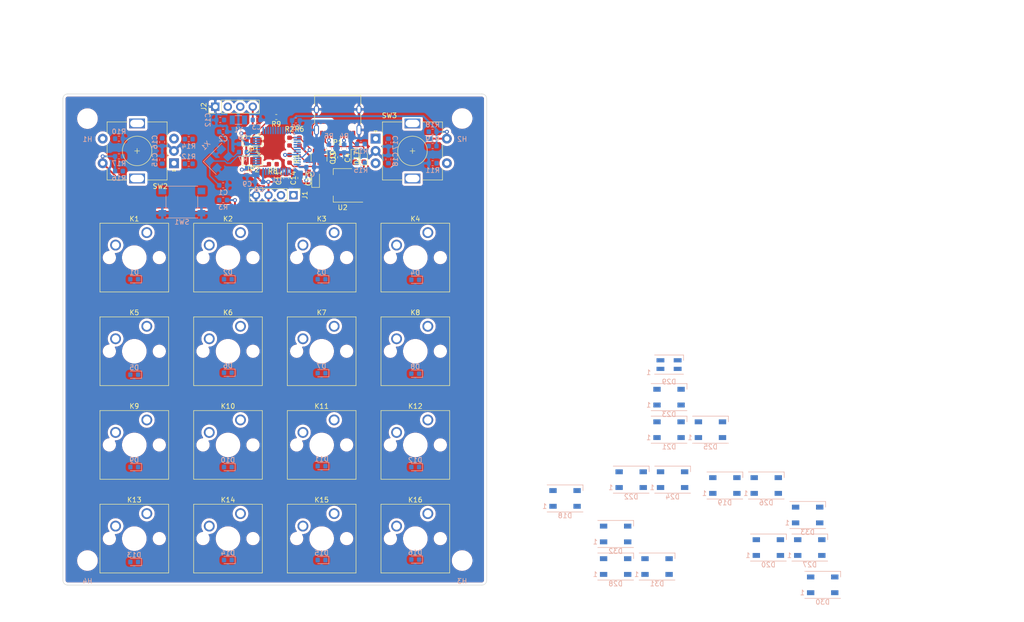
<source format=kicad_pcb>
(kicad_pcb (version 20171130) (host pcbnew "(5.1.6)-1")
  (title_block (title "Macro/Num pad") (date 2020-08-31) (rev 1.0))
  (layers (0 F.Cu signal) (31 B.Cu signal) (34 B.Paste user) (35 F.Paste user) (36 B.SilkS user) (37 F.SilkS user) (38 B.Mask user) (39 F.Mask user) (44 Edge.Cuts user))
  (net 0 "")
  (net 1 +5V)
  (net 2 OSC_IN)
  (net 3 "Net-(C2-Pad1)")
  (net 4 OSC32_IN)
  (net 5 VCC)
  (net 6 OSC32_OUT)
  (net 7 "Net-(D1-Pad2)")
  (net 8 "Net-(D2-Pad2)")
  (net 9 ROW0)
  (net 10 "Net-(D3-Pad2)")
  (net 11 ROW1)
  (net 12 "Net-(D4-Pad2)")
  (net 13 ROW2)
  (net 14 "Net-(D5-Pad2)")
  (net 15 ROW3)
  (net 16 "Net-(D6-Pad2)")
  (net 17 "Net-(D7-Pad2)")
  (net 18 "Net-(D8-Pad2)")
  (net 19 "Net-(D9-Pad2)")
  (net 20 "Net-(D10-Pad2)")
  (net 21 "Net-(D11-Pad2)")
  (net 22 "Net-(D12-Pad2)")
  (net 23 "Net-(D13-Pad2)")
  (net 24 "Net-(D14-Pad2)")
  (net 25 "Net-(D15-Pad2)")
  (net 26 "Net-(D16-Pad2)")
  (net 27 "Net-(D17-Pad2)")
  (net 28 "Net-(D18-Pad2)")
  (net 29 LED_SIG)
  (net 30 "Net-(D19-Pad2)")
  (net 31 "Net-(D19-Pad4)")
  (net 32 "Net-(D20-Pad2)")
  (net 33 "Net-(D21-Pad2)")
  (net 34 "Net-(D21-Pad4)")
  (net 35 "Net-(D22-Pad2)")
  (net 36 "Net-(D23-Pad4)")
  (net 37 "Net-(D24-Pad2)")
  (net 38 "Net-(D25-Pad4)")
  (net 39 "Net-(D26-Pad2)")
  (net 40 "Net-(D27-Pad4)")
  (net 41 "Net-(D28-Pad2)")
  (net 42 "Net-(D29-Pad4)")
  (net 43 "Net-(D30-Pad2)")
  (net 44 "Net-(D32-Pad2)")
  (net 45 SCL)
  (net 46 SDA)
  (net 47 SWCLK)
  (net 48 SWDIO)
  (net 49 BOOT1)
  (net 50 BOOT0)
  (net 51 COL0)
  (net 52 COL1)
  (net 53 COL2)
  (net 54 COL3)
  (net 55 "Net-(P1-PadA6)")
  (net 56 "Net-(P1-PadB5)")
  (net 57 "Net-(P1-PadA7)")
  (net 58 "Net-(P1-PadA5)")
  (net 59 "Net-(R1-Pad2)")
  (net 60 PA11)
  (net 61 PA12)
  (net 62 "Net-(R2-Pad2)")
  (net 63 "Net-(R3-Pad1)")
  (net 64 OSC_OUT)
  (net 65 "Net-(R8-Pad1)")
  (net 66 "Net-(R9-Pad1)")
  (net 67 "Net-(U1-Pad2)")
  (net 68 "Net-(U1-Pad15)")
  (net 69 "Net-(U1-Pad18)")
  (net 70 "Net-(U1-Pad19)")
  (net 71 "Net-(U1-Pad29)")
  (net 72 "Net-(U1-Pad30)")
  (net 73 "Net-(U1-Pad31)")
  (net 74 "Net-(U1-Pad38)")
  (net 75 "Net-(U1-Pad39)")
  (net 76 "Net-(U1-Pad40)")
  (net 77 "Net-(U1-Pad41)")
  (net 78 EC1_A)
  (net 79 EC1_B)
  (net 80 EC1_S1)
  (net 81 EC2_A)
  (net 82 EC2_B)
  (net 83 EC2_S1)
  (net 84 GND)
  (net 85 "Net-(C15-Pad2)")
  (net 86 "Net-(C16-Pad1)")
  (net 87 "Net-(C17-Pad2)")
  (net 88 "Net-(C18-Pad1)")
  (module Capacitor_SMD:C_0603_1608Metric (layer B.Cu) (at 130.3 66.3)
    (fp_text reference C7 (at 0 1.43) (layer B.SilkS) (effects (justify mirror)))
    (fp_text value 0.1u)
    (pad 2 smd roundrect (at 0.7875 0) (size 0.875 0.95) (layers B.Cu B.Paste B.Mask) (net 84 GND))
    (pad 1 smd roundrect (at -0.7875 0) (size 0.875 0.95) (layers B.Cu B.Paste B.Mask) (net 5 VCC))
  )
  (module Capacitor_SMD:C_0603_1608Metric (layer B.Cu) (at 116.6 61.6 180)
    (fp_text reference C6 (at 0 1.43) (layer B.SilkS) (effects (justify mirror)))
    (fp_text value 0.1u)
    (pad 1 smd roundrect (at -0.7875 0 180) (size 0.875 0.95) (layers B.Cu B.Paste B.Mask) (net 5 VCC))
    (pad 2 smd roundrect (at 0.7875 0 180) (size 0.875 0.95) (layers B.Cu B.Paste B.Mask) (net 84 GND))
  )
  (module Capacitor_SMD:C_0603_1608Metric (layer B.Cu) (at 112.6 70)
    (fp_text reference C1 (at 0 1.43) (layer B.SilkS) (effects (justify mirror)))
    (fp_text value 27p)
    (pad 2 smd roundrect (at 0.7875 0) (size 0.875 0.95) (layers B.Cu B.Paste B.Mask) (net 84 GND))
    (pad 1 smd roundrect (at -0.7875 0) (size 0.875 0.95) (layers B.Cu B.Paste B.Mask) (net 2 OSC_IN))
  )
  (module Capacitor_SMD:C_0603_1608Metric (layer B.Cu) (at 112.6 59.1)
    (fp_text reference C2 (at 0 1.43) (layer B.SilkS) (effects (justify mirror)))
    (fp_text value 27p)
    (pad 1 smd roundrect (at -0.7875 0) (size 0.875 0.95) (layers B.Cu B.Paste B.Mask) (net 3 "Net-(C2-Pad1)"))
    (pad 2 smd roundrect (at 0.7875 0) (size 0.875 0.95) (layers B.Cu B.Paste B.Mask) (net 84 GND))
  )
  (module Resistor_SMD:R_0603_1608Metric (layer B.Cu) (at 112.6 73)
    (fp_text reference R3 (at 0 1.43) (layer B.SilkS) (effects (justify mirror)))
    (fp_text value 20)
    (pad 1 smd roundrect (at -0.7875 0) (size 0.875 0.95) (layers B.Cu B.Paste B.Mask) (net 63 "Net-(R3-Pad1)"))
    (pad 2 smd roundrect (at 0.7875 0) (size 0.875 0.95) (layers B.Cu B.Paste B.Mask) (net 5 VCC))
  )
  (module Resistor_SMD:R_0603_1608Metric (layer B.Cu) (at 116.6125 63.25)
    (fp_text reference R7 (at 0 1.43) (layer B.SilkS) (effects (justify mirror)))
    (fp_text value 390)
    (pad 2 smd roundrect (at 0.7875 0) (size 0.875 0.95) (layers B.Cu B.Paste B.Mask) (net 64 OSC_OUT))
    (pad 1 smd roundrect (at -0.7875 0) (size 0.875 0.95) (layers B.Cu B.Paste B.Mask) (net 3 "Net-(C2-Pad1)"))
  )
  (module Button_Switch_SMD:SW_Push_1P1T_NO_6x6mm_H9.5mm (layer B.Cu) (at 104.2 73.4)
    (fp_text reference SW1 (at 0 4.05) (layer B.SilkS) (effects (justify mirror)))
    (fp_text value SW_Push)
    (pad 2 smd rect (at -3.975 -2.25) (size 1.55 1.3) (layers B.Cu B.Paste B.Mask) (net 63 "Net-(R3-Pad1)"))
    (pad 1 smd rect (at -3.975 2.25) (size 1.55 1.3) (layers B.Cu B.Paste B.Mask) (net 84 GND))
    (pad 1 smd rect (at 3.975 2.25) (size 1.55 1.3) (layers B.Cu B.Paste B.Mask) (net 84 GND))
    (pad 2 smd rect (at 3.975 -2.25) (size 1.55 1.3) (layers B.Cu B.Paste B.Mask) (net 63 "Net-(R3-Pad1)"))
  )
  (module Resistor_SMD:R_0603_1608Metric (layer B.Cu) (at 134.1 62.5 90)
    (fp_text reference R5 (at 2.5 0) (layer B.SilkS) (effects (justify mirror)))
    (fp_text value 5.1k)
    (pad 1 smd roundrect (at -0.7875 0 90) (size 0.875 0.95) (layers B.Cu B.Paste B.Mask) (net 84 GND))
    (pad 2 smd roundrect (at 0.7875 0 90) (size 0.875 0.95) (layers B.Cu B.Paste B.Mask) (net 56 "Net-(P1-PadB5)"))
  )
  (module Resistor_SMD:R_0603_1608Metric (layer B.Cu) (at 155.2 62 180)
    (fp_text reference R19 (at 0 1.43) (layer B.SilkS) (effects (justify mirror)))
    (fp_text value 10k)
    (pad 2 smd roundrect (at 0.7875 0 180) (size 0.875 0.95) (layers B.Cu B.Paste B.Mask) (net 88 "Net-(C18-Pad1)"))
    (pad 1 smd roundrect (at -0.7875 0 180) (size 0.875 0.95) (layers B.Cu B.Paste B.Mask) (net 5 VCC))
  )
  (module Resistor_SMD:R_0603_1608Metric (layer B.Cu) (at 140.6 61.6)
    (fp_text reference R13 (at 0 1.43) (layer B.SilkS) (effects (justify mirror)))
    (fp_text value 10k)
    (pad 2 smd roundrect (at 0.7875 0) (size 0.875 0.95) (layers B.Cu B.Paste B.Mask) (net 81 EC2_A))
    (pad 1 smd roundrect (at -0.7875 0) (size 0.875 0.95) (layers B.Cu B.Paste B.Mask) (net 87 "Net-(C17-Pad2)"))
  )
  (module Resistor_SMD:R_0603_1608Metric (layer B.Cu) (at 140.6 65.4 180)
    (fp_text reference R15 (at 0 -1.5 180) (layer B.SilkS) (effects (justify mirror)))
    (fp_text value 10k)
    (pad 2 smd roundrect (at 0.7875 0 180) (size 0.875 0.95) (layers B.Cu B.Paste B.Mask) (net 88 "Net-(C18-Pad1)"))
    (pad 1 smd roundrect (at -0.7875 0 180) (size 0.875 0.95) (layers B.Cu B.Paste B.Mask) (net 82 EC2_B))
  )
  (module Capacitor_SMD:C_0603_1608Metric (layer B.Cu) (at 100.2 64.8 270)
    (fp_text reference C15 (at 0 1.5 270) (layer B.SilkS) (effects (justify mirror)))
    (fp_text value 0.1u)
    (pad 2 smd roundrect (at 0.7875 0 270) (size 0.875 0.95) (layers B.Cu B.Paste B.Mask) (net 85 "Net-(C15-Pad2)"))
    (pad 1 smd roundrect (at -0.7875 0 270) (size 0.875 0.95) (layers B.Cu B.Paste B.Mask) (net 84 GND))
  )
  (module Resistor_SMD:R_0603_1608Metric (layer B.Cu) (at 91.4 67.1)
    (fp_text reference R16 (at 0 1.43) (layer B.SilkS) (effects (justify mirror)))
    (fp_text value 10k)
    (pad 1 smd roundrect (at -0.7875 0) (size 0.875 0.95) (layers B.Cu B.Paste B.Mask) (net 5 VCC))
    (pad 2 smd roundrect (at 0.7875 0) (size 0.875 0.95) (layers B.Cu B.Paste B.Mask) (net 85 "Net-(C15-Pad2)"))
  )
  (module Resistor_SMD:R_0603_1608Metric (layer B.Cu) (at 105.6 60.6)
    (fp_text reference R14 (at 0 1.43) (layer B.SilkS) (effects (justify mirror)))
    (fp_text value 10k)
    (pad 2 smd roundrect (at 0.7875 0) (size 0.875 0.95) (layers B.Cu B.Paste B.Mask) (net 86 "Net-(C16-Pad1)"))
    (pad 1 smd roundrect (at -0.7875 0) (size 0.875 0.95) (layers B.Cu B.Paste B.Mask) (net 79 EC1_B))
  )
  (module Capacitor_SMD:C_0603_1608Metric (layer B.Cu) (at 117.5 67.2 270)
    (fp_text reference C9 (at 2.54 0 180) (layer B.SilkS) (effects (justify mirror)))
    (fp_text value 0.1u)
    (pad 1 smd roundrect (at -0.7875 0 270) (size 0.875 0.95) (layers B.Cu B.Paste B.Mask) (net 5 VCC))
    (pad 2 smd roundrect (at 0.7875 0 270) (size 0.875 0.95) (layers B.Cu B.Paste B.Mask) (net 84 GND))
  )
  (module Resistor_SMD:R_0603_1608Metric (layer B.Cu) (at 137.2 62.5 90)
    (fp_text reference R4 (at 2.5 0 180) (layer B.SilkS) (effects (justify mirror)))
    (fp_text value 5.1k)
    (pad 1 smd roundrect (at -0.7875 0 90) (size 0.875 0.95) (layers B.Cu B.Paste B.Mask) (net 84 GND))
    (pad 2 smd roundrect (at 0.7875 0 90) (size 0.875 0.95) (layers B.Cu B.Paste B.Mask) (net 58 "Net-(P1-PadA5)"))
  )
  (module Capacitor_SMD:C_0603_1608Metric (layer B.Cu) (at 100.2 61.2 270)
    (fp_text reference C16 (at 0 1.5 270) (layer B.SilkS) (effects (justify mirror)))
    (fp_text value 0.1u)
    (pad 2 smd roundrect (at 0.7875 0 270) (size 0.875 0.95) (layers B.Cu B.Paste B.Mask) (net 84 GND))
    (pad 1 smd roundrect (at -0.7875 0 270) (size 0.875 0.95) (layers B.Cu B.Paste B.Mask) (net 86 "Net-(C16-Pad1)"))
  )
  (module Resistor_SMD:R_0603_1608Metric (layer B.Cu) (at 155.2 59.1 180)
    (fp_text reference R18 (at 0 1.43) (layer B.SilkS) (effects (justify mirror)))
    (fp_text value 10k)
    (pad 2 smd roundrect (at 0.7875 0 180) (size 0.875 0.95) (layers B.Cu B.Paste B.Mask) (net 87 "Net-(C17-Pad2)"))
    (pad 1 smd roundrect (at -0.7875 0 180) (size 0.875 0.95) (layers B.Cu B.Paste B.Mask) (net 5 VCC))
  )
  (module Resistor_SMD:R_0603_1608Metric (layer B.Cu) (at 91.4 64.1)
    (fp_text reference R17 (at 0 1.43) (layer B.SilkS) (effects (justify mirror)))
    (fp_text value 10k)
    (pad 1 smd roundrect (at -0.7875 0) (size 0.875 0.95) (layers B.Cu B.Paste B.Mask) (net 5 VCC))
    (pad 2 smd roundrect (at 0.7875 0) (size 0.875 0.95) (layers B.Cu B.Paste B.Mask) (net 86 "Net-(C16-Pad1)"))
  )
  (module Resistor_SMD:R_0603_1608Metric (layer B.Cu) (at 91.4 60.5 180)
    (fp_text reference R10 (at 0 1.43) (layer B.SilkS) (effects (justify mirror)))
    (fp_text value 10k)
    (pad 2 smd roundrect (at 0.7875 0 180) (size 0.875 0.95) (layers B.Cu B.Paste B.Mask) (net 80 EC1_S1))
    (pad 1 smd roundrect (at -0.7875 0 180) (size 0.875 0.95) (layers B.Cu B.Paste B.Mask) (net 84 GND))
  )
  (module Capacitor_SMD:C_0603_1608Metric (layer B.Cu) (at 146.2 64.7 90)
    (fp_text reference C18 (at 0 1.43 90) (layer B.SilkS) (effects (justify mirror)))
    (fp_text value 0.1u)
    (pad 2 smd roundrect (at 0.7875 0 90) (size 0.875 0.95) (layers B.Cu B.Paste B.Mask) (net 84 GND))
    (pad 1 smd roundrect (at -0.7875 0 90) (size 0.875 0.95) (layers B.Cu B.Paste B.Mask) (net 88 "Net-(C18-Pad1)"))
  )
  (module Capacitor_SMD:C_0603_1608Metric (layer B.Cu) (at 146.2 61.3 90)
    (fp_text reference C17 (at 0 1.43 90) (layer B.SilkS) (effects (justify mirror)))
    (fp_text value 0.1u)
    (pad 2 smd roundrect (at 0.7875 0 90) (size 0.875 0.95) (layers B.Cu B.Paste B.Mask) (net 87 "Net-(C17-Pad2)"))
    (pad 1 smd roundrect (at -0.7875 0 90) (size 0.875 0.95) (layers B.Cu B.Paste B.Mask) (net 84 GND))
  )
  (module Crystal:Crystal_SMD_5032-4Pin_5.0x3.2mm (layer B.Cu) (at 111.75 64.6 45)
    (fp_text reference X1 (at 0 -3.81 225) (layer B.SilkS) (effects (justify mirror)))
    (fp_text value "8 MHz")
    (pad 4 smd rect (at -1.65 1 45) (size 1.6 1.3) (layers B.Cu B.Paste B.Mask) (net 84 GND))
    (pad 3 smd rect (at 1.65 1 45) (size 1.6 1.3) (layers B.Cu B.Paste B.Mask) (net 3 "Net-(C2-Pad1)"))
    (pad 2 smd rect (at 1.65 -1 45) (size 1.6 1.3) (layers B.Cu B.Paste B.Mask) (net 84 GND))
    (pad 1 smd rect (at -1.65 -1 45) (size 1.6 1.3) (layers B.Cu B.Paste B.Mask) (net 2 OSC_IN))
  )
  (module Resistor_SMD:R_0603_1608Metric (layer B.Cu) (at 155.2 65.5)
    (fp_text reference R11 (at 0 1.43) (layer B.SilkS) (effects (justify mirror)))
    (fp_text value 10k)
    (pad 2 smd roundrect (at 0.7875 0) (size 0.875 0.95) (layers B.Cu B.Paste B.Mask) (net 83 EC2_S1))
    (pad 1 smd roundrect (at -0.7875 0) (size 0.875 0.95) (layers B.Cu B.Paste B.Mask) (net 84 GND))
  )
  (module Capacitor_SMD:C_0603_1608Metric (layer B.Cu) (at 119.9125 69.3 180)
    (fp_text reference C8 (at 0 -1.5) (layer B.SilkS) (effects (justify mirror)))
    (fp_text value 0.1u)
    (pad 1 smd roundrect (at -0.7875 0 180) (size 0.875 0.95) (layers B.Cu B.Paste B.Mask) (net 5 VCC))
    (pad 2 smd roundrect (at 0.7875 0 180) (size 0.875 0.95) (layers B.Cu B.Paste B.Mask) (net 84 GND))
  )
  (module Resistor_SMD:R_0603_1608Metric (layer B.Cu) (at 105.6 65.6 180)
    (fp_text reference R12 (at 0 1.43) (layer B.SilkS) (effects (justify mirror)))
    (fp_text value 10k)
    (pad 2 smd roundrect (at 0.7875 0 180) (size 0.875 0.95) (layers B.Cu B.Paste B.Mask) (net 78 EC1_A))
    (pad 1 smd roundrect (at -0.7875 0 180) (size 0.875 0.95) (layers B.Cu B.Paste B.Mask) (net 85 "Net-(C15-Pad2)"))
  )
  (module Capacitor_SMD:C_0603_1608Metric (layer B.Cu) (at 127.4 56.8)
    (fp_text reference C5 (at 0 1.43) (layer B.SilkS) (effects (justify mirror)))
    (fp_text value 0.1u)
    (pad 2 smd roundrect (at 0.7875 0) (size 0.875 0.95) (layers B.Cu B.Paste B.Mask) (net 84 GND))
    (pad 1 smd roundrect (at -0.7875 0) (size 0.875 0.95) (layers B.Cu B.Paste B.Mask) (net 5 VCC))
  )
  (module Capacitor_SMD:C_0603_1608Metric (layer B.Cu) (at 119.4 56.7)
    (fp_text reference C3 (at 0 1.43) (layer B.SilkS) (effects (justify mirror)))
    (fp_text value 12.5p)
    (pad 2 smd roundrect (at 0.7875 0) (size 0.875 0.95) (layers B.Cu B.Paste B.Mask) (net 84 GND))
    (pad 1 smd roundrect (at -0.7875 0) (size 0.875 0.95) (layers B.Cu B.Paste B.Mask) (net 4 OSC32_IN))
  )
  (module Package_QFP:LQFP-48_7x7mm_P0.5mm (layer B.Cu) (at 123.5 63)
    (fp_text reference U1 (at 0 5.85) (layer B.SilkS) (effects (justify mirror)))
    (fp_text value STM32F103C8T6)
    (pad 48 smd roundrect (at -2.75 4.1625) (size 0.3 1.475) (layers B.Cu B.Paste B.Mask) (net 5 VCC))
    (pad 47 smd roundrect (at -2.25 4.1625) (size 0.3 1.475) (layers B.Cu B.Paste B.Mask) (net 84 GND))
    (pad 46 smd roundrect (at -1.75 4.1625) (size 0.3 1.475) (layers B.Cu B.Paste B.Mask) (net 52 COL1))
    (pad 45 smd roundrect (at -1.25 4.1625) (size 0.3 1.475) (layers B.Cu B.Paste B.Mask) (net 51 COL0))
    (pad 44 smd roundrect (at -0.75 4.1625) (size 0.3 1.475) (layers B.Cu B.Paste B.Mask) (net 65 "Net-(R8-Pad1)"))
    (pad 43 smd roundrect (at -0.25 4.1625) (size 0.3 1.475) (layers B.Cu B.Paste B.Mask) (net 46 SDA))
    (pad 42 smd roundrect (at 0.25 4.1625) (size 0.3 1.475) (layers B.Cu B.Paste B.Mask) (net 45 SCL))
    (pad 41 smd roundrect (at 0.75 4.1625) (size 0.3 1.475) (layers B.Cu B.Paste B.Mask) (net 77 "Net-(U1-Pad41)"))
    (pad 40 smd roundrect (at 1.25 4.1625) (size 0.3 1.475) (layers B.Cu B.Paste B.Mask) (net 76 "Net-(U1-Pad40)"))
    (pad 39 smd roundrect (at 1.75 4.1625) (size 0.3 1.475) (layers B.Cu B.Paste B.Mask) (net 75 "Net-(U1-Pad39)"))
    (pad 38 smd roundrect (at 2.25 4.1625) (size 0.3 1.475) (layers B.Cu B.Paste B.Mask) (net 74 "Net-(U1-Pad38)"))
    (pad 37 smd roundrect (at 2.75 4.1625) (size 0.3 1.475) (layers B.Cu B.Paste B.Mask) (net 47 SWCLK))
    (pad 36 smd roundrect (at 4.1625 2.75) (size 1.475 0.3) (layers B.Cu B.Paste B.Mask) (net 5 VCC))
    (pad 35 smd roundrect (at 4.1625 2.25) (size 1.475 0.3) (layers B.Cu B.Paste B.Mask) (net 84 GND))
    (pad 34 smd roundrect (at 4.1625 1.75) (size 1.475 0.3) (layers B.Cu B.Paste B.Mask) (net 48 SWDIO))
    (pad 33 smd roundrect (at 4.1625 1.25) (size 1.475 0.3) (layers B.Cu B.Paste B.Mask) (net 61 PA12))
    (pad 32 smd roundrect (at 4.1625 0.75) (size 1.475 0.3) (layers B.Cu B.Paste B.Mask) (net 60 PA11))
    (pad 31 smd roundrect (at 4.1625 0.25) (size 1.475 0.3) (layers B.Cu B.Paste B.Mask) (net 73 "Net-(U1-Pad31)"))
    (pad 30 smd roundrect (at 4.1625 -0.25) (size 1.475 0.3) (layers B.Cu B.Paste B.Mask) (net 72 "Net-(U1-Pad30)"))
    (pad 29 smd roundrect (at 4.1625 -0.75) (size 1.475 0.3) (layers B.Cu B.Paste B.Mask) (net 71 "Net-(U1-Pad29)"))
    (pad 28 smd roundrect (at 4.1625 -1.25) (size 1.475 0.3) (layers B.Cu B.Paste B.Mask) (net 15 ROW3))
    (pad 27 smd roundrect (at 4.1625 -1.75) (size 1.475 0.3) (layers B.Cu B.Paste B.Mask) (net 13 ROW2))
    (pad 26 smd roundrect (at 4.1625 -2.25) (size 1.475 0.3) (layers B.Cu B.Paste B.Mask) (net 11 ROW1))
    (pad 25 smd roundrect (at 4.1625 -2.75) (size 1.475 0.3) (layers B.Cu B.Paste B.Mask) (net 9 ROW0))
    (pad 24 smd roundrect (at 2.75 -4.1625) (size 0.3 1.475) (layers B.Cu B.Paste B.Mask) (net 5 VCC))
    (pad 23 smd roundrect (at 2.25 -4.1625) (size 0.3 1.475) (layers B.Cu B.Paste B.Mask) (net 84 GND))
    (pad 22 smd roundrect (at 1.75 -4.1625) (size 0.3 1.475) (layers B.Cu B.Paste B.Mask) (net 54 COL3))
    (pad 21 smd roundrect (at 1.25 -4.1625) (size 0.3 1.475) (layers B.Cu B.Paste B.Mask) (net 53 COL2))
    (pad 20 smd roundrect (at 0.75 -4.1625) (size 0.3 1.475) (layers B.Cu B.Paste B.Mask) (net 66 "Net-(R9-Pad1)"))
    (pad 19 smd roundrect (at 0.25 -4.1625) (size 0.3 1.475) (layers B.Cu B.Paste B.Mask) (net 70 "Net-(U1-Pad19)"))
    (pad 18 smd roundrect (at -0.25 -4.1625) (size 0.3 1.475) (layers B.Cu B.Paste B.Mask) (net 69 "Net-(U1-Pad18)"))
    (pad 17 smd roundrect (at -0.75 -4.1625) (size 0.3 1.475) (layers B.Cu B.Paste B.Mask) (net 82 EC2_B))
    (pad 16 smd roundrect (at -1.25 -4.1625) (size 0.3 1.475) (layers B.Cu B.Paste B.Mask) (net 81 EC2_A))
    (pad 15 smd roundrect (at -1.75 -4.1625) (size 0.3 1.475) (layers B.Cu B.Paste B.Mask) (net 68 "Net-(U1-Pad15)"))
    (pad 14 smd roundrect (at -2.25 -4.1625) (size 0.3 1.475) (layers B.Cu B.Paste B.Mask) (net 83 EC2_S1))
    (pad 13 smd roundrect (at -2.75 -4.1625) (size 0.3 1.475) (layers B.Cu B.Paste B.Mask) (net 80 EC1_S1))
    (pad 12 smd roundrect (at -4.1625 -2.75) (size 1.475 0.3) (layers B.Cu B.Paste B.Mask) (net 29 LED_SIG))
    (pad 11 smd roundrect (at -4.1625 -2.25) (size 1.475 0.3) (layers B.Cu B.Paste B.Mask) (net 79 EC1_B))
    (pad 10 smd roundrect (at -4.1625 -1.75) (size 1.475 0.3) (layers B.Cu B.Paste B.Mask) (net 78 EC1_A))
    (pad 9 smd roundrect (at -4.1625 -1.25) (size 1.475 0.3) (layers B.Cu B.Paste B.Mask) (net 5 VCC))
    (pad 8 smd roundrect (at -4.1625 -0.75) (size 1.475 0.3) (layers B.Cu B.Paste B.Mask) (net 84 GND))
    (pad 7 smd roundrect (at -4.1625 -0.25) (size 1.475 0.3) (layers B.Cu B.Paste B.Mask) (net 63 "Net-(R3-Pad1)"))
    (pad 6 smd roundrect (at -4.1625 0.25) (size 1.475 0.3) (layers B.Cu B.Paste B.Mask) (net 64 OSC_OUT))
    (pad 5 smd roundrect (at -4.1625 0.75) (size 1.475 0.3) (layers B.Cu B.Paste B.Mask) (net 2 OSC_IN))
    (pad 4 smd roundrect (at -4.1625 1.25) (size 1.475 0.3) (layers B.Cu B.Paste B.Mask) (net 6 OSC32_OUT))
    (pad 3 smd roundrect (at -4.1625 1.75) (size 1.475 0.3) (layers B.Cu B.Paste B.Mask) (net 4 OSC32_IN))
    (pad 2 smd roundrect (at -4.1625 2.25) (size 1.475 0.3) (layers B.Cu B.Paste B.Mask) (net 67 "Net-(U1-Pad2)"))
    (pad 1 smd roundrect (at -4.1625 2.75) (size 1.475 0.3) (layers B.Cu B.Paste B.Mask) (net 5 VCC))
  )
  (module Crystal:Crystal_SMD_3215-2Pin_3.2x1.5mm (layer B.Cu) (at 115.7 56.7)
    (fp_text reference Y1 (at 0 2) (layer B.SilkS) (effects (justify mirror)))
    (fp_text value "32.768 kHz")
    (pad 1 smd rect (at 1.25 0) (size 1 1.8) (layers B.Cu B.Paste B.Mask) (net 4 OSC32_IN))
    (pad 2 smd rect (at -1.25 0) (size 1 1.8) (layers B.Cu B.Paste B.Mask) (net 6 OSC32_OUT))
  )
  (module Capacitor_SMD:C_0603_1608Metric (layer B.Cu) (at 112 56.7 180)
    (fp_text reference C12 (at 2.5 0 90) (layer B.SilkS) (effects (justify mirror)))
    (fp_text value 12.5p)
    (pad 1 smd roundrect (at -0.7875 0 180) (size 0.875 0.95) (layers B.Cu B.Paste B.Mask) (net 6 OSC32_OUT))
    (pad 2 smd roundrect (at 0.7875 0 180) (size 0.875 0.95) (layers B.Cu B.Paste B.Mask) (net 84 GND))
  )
  (module Capacitor_SMD:C_0603_1608Metric (layer F.Cu) (at 136.4 64.3 270)
    (fp_text reference C10 (at 0 1.5 270) (layer F.SilkS))
    (fp_text value 1u)
    (pad 1 smd roundrect (at -0.7875 0 270) (size 0.875 0.95) (layers F.Cu F.Paste F.Mask) (net 1 +5V))
    (pad 2 smd roundrect (at 0.7875 0 270) (size 0.875 0.95) (layers F.Cu F.Paste F.Mask) (net 84 GND))
  )
  (module Capacitor_SMD:C_0603_1608Metric (layer F.Cu) (at 128.3 68.5 90)
    (fp_text reference C14 (at 0 -1.43 90) (layer F.SilkS))
    (fp_text value 0.1u)
    (pad 1 smd roundrect (at -0.7875 0 90) (size 0.875 0.95) (layers F.Cu F.Paste F.Mask) (net 5 VCC))
    (pad 2 smd roundrect (at 0.7875 0 90) (size 0.875 0.95) (layers F.Cu F.Paste F.Mask) (net 84 GND))
  )
  (module Jumper:SolderJumper-3_P1.3mm_Open_Pad1.0x1.5mm (layer F.Cu) (at 118.6 61 180)
    (fp_text reference JP1 (at 0 -1.8) (layer F.SilkS))
    (fp_text value BOOT1_JMP)
    (pad 3 smd rect (at 1.3 0 180) (size 1 1.5) (layers F.Cu F.Mask) (net 5 VCC))
    (pad 2 smd rect (at 0 0 180) (size 1 1.5) (layers F.Cu F.Mask) (net 49 BOOT1))
    (pad 1 smd rect (at -1.3 0 180) (size 1 1.5) (layers F.Cu F.Mask) (net 84 GND))
  )
  (module Resistor_SMD:R_0603_1608Metric (layer F.Cu) (at 126.1 64.6 270)
    (fp_text reference R1 (at 0 -1.43 90) (layer F.SilkS))
    (fp_text value 20)
    (pad 1 smd roundrect (at -0.7875 0 270) (size 0.875 0.95) (layers F.Cu F.Paste F.Mask) (net 60 PA11))
    (pad 2 smd roundrect (at 0.7875 0 270) (size 0.875 0.95) (layers F.Cu F.Paste F.Mask) (net 59 "Net-(R1-Pad2)"))
  )
  (module Jumper:SolderJumper-3_P1.3mm_Open_Pad1.0x1.5mm (layer F.Cu) (at 118.6 65 180)
    (fp_text reference JP2 (at 0 -1.8) (layer F.SilkS))
    (fp_text value BOOT0_JMP)
    (pad 1 smd rect (at -1.3 0 180) (size 1 1.5) (layers F.Cu F.Mask) (net 84 GND))
    (pad 2 smd rect (at 0 0 180) (size 1 1.5) (layers F.Cu F.Mask) (net 50 BOOT0))
    (pad 3 smd rect (at 1.3 0 180) (size 1 1.5) (layers F.Cu F.Mask) (net 5 VCC))
  )
  (module Resistor_SMD:R_0603_1608Metric (layer F.Cu) (at 122.7 65.7 180)
    (fp_text reference R8 (at 0 -1.43) (layer F.SilkS))
    (fp_text value 10k)
    (pad 2 smd roundrect (at 0.7875 0 180) (size 0.875 0.95) (layers F.Cu F.Paste F.Mask) (net 50 BOOT0))
    (pad 1 smd roundrect (at -0.7875 0 180) (size 0.875 0.95) (layers F.Cu F.Paste F.Mask) (net 65 "Net-(R8-Pad1)"))
  )
  (module Resistor_SMD:R_0603_1608Metric (layer F.Cu) (at 123.4 56.1 180)
    (fp_text reference R9 (at 0 -1.43) (layer F.SilkS))
    (fp_text value 10k)
    (pad 1 smd roundrect (at -0.7875 0 180) (size 0.875 0.95) (layers F.Cu F.Paste F.Mask) (net 66 "Net-(R9-Pad1)"))
    (pad 2 smd roundrect (at 0.7875 0 180) (size 0.875 0.95) (layers F.Cu F.Paste F.Mask) (net 49 BOOT1))
  )
  (module Package_TO_SOT_SMD:SOT-23-6 (layer F.Cu) (at 132.1 64.2 270)
    (fp_text reference U3 (at 0 -2.9 90) (layer F.SilkS))
    (fp_text value USBLC6-2SC6)
    (pad 5 smd rect (at 1.1 0 270) (size 1.06 0.65) (layers F.Cu F.Paste F.Mask) (net 1 +5V))
    (pad 6 smd rect (at 1.1 -0.95 270) (size 1.06 0.65) (layers F.Cu F.Paste F.Mask) (net 59 "Net-(R1-Pad2)"))
    (pad 4 smd rect (at 1.1 0.95 270) (size 1.06 0.65) (layers F.Cu F.Paste F.Mask) (net 62 "Net-(R2-Pad2)"))
    (pad 3 smd rect (at -1.1 0.95 270) (size 1.06 0.65) (layers F.Cu F.Paste F.Mask) (net 55 "Net-(P1-PadA6)"))
    (pad 2 smd rect (at -1.1 0 270) (size 1.06 0.65) (layers F.Cu F.Paste F.Mask) (net 84 GND))
    (pad 1 smd rect (at -1.1 -0.95 270) (size 1.06 0.65) (layers F.Cu F.Paste F.Mask) (net 57 "Net-(P1-PadA7)"))
  )
  (module Capacitor_SMD:C_0603_1608Metric (layer F.Cu) (at 125.4 68.5 270)
    (fp_text reference C11 (at 0 1.5 270) (layer F.SilkS))
    (fp_text value 3.3u)
    (pad 1 smd roundrect (at -0.7875 0 270) (size 0.875 0.95) (layers F.Cu F.Paste F.Mask) (net 84 GND))
    (pad 2 smd roundrect (at 0.7875 0 270) (size 0.875 0.95) (layers F.Cu F.Paste F.Mask) (net 5 VCC))
  )
  (module Capacitor_Tantalum_SMD:CP_EIA-2012-12_Kemet-R (layer F.Cu) (at 139.4 64.4 270)
    (fp_text reference C4 (at 0 1.5 270) (layer F.SilkS))
    (fp_text value 0.1u)
    (pad 2 smd roundrect (at 0.8875 0 270) (size 1.125 1.05) (layers F.Cu F.Paste F.Mask) (roundrect_rratio 0.238095) (net 84 GND))
    (pad 1 smd roundrect (at -0.8875 0 270) (size 1.125 1.05) (layers F.Cu F.Paste F.Mask) (roundrect_rratio 0.238095) (net 1 +5V))
  )
  (module Resistor_SMD:R_0603_1608Metric (layer F.Cu) (at 128.1 61.1 90)
    (fp_text reference R6 (at 2.54 0 180) (layer F.SilkS))
    (fp_text value 1.5k)
    (pad 1 smd roundrect (at -0.7875 0 90) (size 0.875 0.95) (layers F.Cu F.Paste F.Mask) (net 1 +5V))
    (pad 2 smd roundrect (at 0.7875 0 90) (size 0.875 0.95) (layers F.Cu F.Paste F.Mask) (net 61 PA12))
  )
  (module Resistor_SMD:R_0603_1608Metric (layer F.Cu) (at 126.1 61.1 270)
    (fp_text reference R2 (at -2.54 0) (layer F.SilkS))
    (fp_text value 20)
    (pad 1 smd roundrect (at -0.7875 0 270) (size 0.875 0.95) (layers F.Cu F.Paste F.Mask) (net 61 PA12))
    (pad 2 smd roundrect (at 0.7875 0 270) (size 0.875 0.95) (layers F.Cu F.Paste F.Mask) (net 62 "Net-(R2-Pad2)"))
  )
  (module Capacitor_Tantalum_SMD:CP_EIA-2012-12_Kemet-R (layer F.Cu) (at 131.4 68.7 90)
    (fp_text reference C13 (at 0 -1.43 90) (layer F.SilkS))
    (fp_text value 10u)
    (pad 2 smd roundrect (at 0.8875 0 90) (size 1.125 1.05) (layers F.Cu F.Paste F.Mask) (roundrect_rratio 0.238095) (net 84 GND))
    (pad 1 smd roundrect (at -0.8875 0 90) (size 1.125 1.05) (layers F.Cu F.Paste F.Mask) (roundrect_rratio 0.238095) (net 5 VCC))
  )
  (module Package_TO_SOT_SMD:SOT-223-3_TabPin2 (layer F.Cu) (at 136.9 70 180)
    (fp_text reference U2 (at 0 -4.5) (layer F.SilkS))
    (fp_text value AMS1117-3.3)
    (pad 1 smd rect (at -3.15 -2.3 180) (size 2 1.5) (layers F.Cu F.Paste F.Mask) (net 84 GND))
    (pad 3 smd rect (at -3.15 2.3 180) (size 2 1.5) (layers F.Cu F.Paste F.Mask) (net 1 +5V))
    (pad 2 smd rect (at -3.15 0 180) (size 2 1.5) (layers F.Cu F.Paste F.Mask) (net 5 VCC))
    (pad 2 smd rect (at 3.15 0 180) (size 2 3.8) (layers F.Cu F.Paste F.Mask) (net 5 VCC))
  )
  (module Diode_SMD:D_0603_1608Metric (layer F.Cu) (at 141.2 64.4 90)
    (fp_text reference D17 (at 0 -1.43 270) (layer F.SilkS))
    (fp_text value D)
    (pad 2 smd roundrect (at 0.7875 0 90) (size 0.875 0.95) (layers F.Cu F.Paste F.Mask) (net 27 "Net-(D17-Pad2)"))
    (pad 1 smd roundrect (at -0.7875 0 90) (size 0.875 0.95) (layers F.Cu F.Paste F.Mask) (net 1 +5V))
  )
  (module Connector_USB:USB_C_Receptacle_HRO_TYPE-C-31-M-12 (layer F.Cu) (at 135.9 55.6 180)
    (fp_text reference P1 (at 0 -5.645) (layer F.SilkS))
    (fp_text value USB_C_Plug_USB2.0)
    (pad S1 thru_hole oval (at 4.32 1.05 180) (size 1 1.6) (drill oval 0.6 1.2) (layers *.Cu *.Mask) (net 84 GND))
    (pad "" np_thru_hole circle (at 2.89 -2.6 180) (size 0.65 0.65) (drill 0.65) (layers *.Cu *.Mask))
    (pad S1 thru_hole oval (at -4.32 1.05 180) (size 1 1.6) (drill oval 0.6 1.2) (layers *.Cu *.Mask) (net 84 GND))
    (pad "" np_thru_hole circle (at -2.89 -2.6 180) (size 0.65 0.65) (drill 0.65) (layers *.Cu *.Mask))
    (pad S1 thru_hole oval (at -4.32 -3.13 180) (size 1 2.1) (drill oval 0.6 1.7) (layers *.Cu *.Mask) (net 84 GND))
    (pad S1 thru_hole oval (at 4.32 -3.13 180) (size 1 2.1) (drill oval 0.6 1.7) (layers *.Cu *.Mask) (net 84 GND))
    (pad A6 smd rect (at -0.25 -4.045 180) (size 0.3 1.45) (layers F.Cu F.Paste F.Mask) (net 55 "Net-(P1-PadA6)"))
    (pad B5 smd rect (at 1.75 -4.045 180) (size 0.3 1.45) (layers F.Cu F.Paste F.Mask) (net 56 "Net-(P1-PadB5)"))
    (pad A8 smd rect (at 1.25 -4.045 180) (size 0.3 1.45) (layers F.Cu F.Paste F.Mask))
    (pad B6 smd rect (at 0.75 -4.045 180) (size 0.3 1.45) (layers F.Cu F.Paste F.Mask))
    (pad A7 smd rect (at 0.25 -4.045 180) (size 0.3 1.45) (layers F.Cu F.Paste F.Mask) (net 57 "Net-(P1-PadA7)"))
    (pad B7 smd rect (at -0.75 -4.045 180) (size 0.3 1.45) (layers F.Cu F.Paste F.Mask))
    (pad A5 smd rect (at -1.25 -4.045 180) (size 0.3 1.45) (layers F.Cu F.Paste F.Mask) (net 58 "Net-(P1-PadA5)"))
    (pad B8 smd rect (at -1.75 -4.045 180) (size 0.3 1.45) (layers F.Cu F.Paste F.Mask))
    (pad A12 smd rect (at 3.25 -4.045 180) (size 0.6 1.45) (layers F.Cu F.Paste F.Mask) (net 84 GND))
    (pad B4 smd rect (at 2.45 -4.045 180) (size 0.6 1.45) (layers F.Cu F.Paste F.Mask) (net 27 "Net-(D17-Pad2)"))
    (pad A4 smd rect (at -2.45 -4.045 180) (size 0.6 1.45) (layers F.Cu F.Paste F.Mask) (net 27 "Net-(D17-Pad2)"))
    (pad A1 smd rect (at -3.25 -4.045 180) (size 0.6 1.45) (layers F.Cu F.Paste F.Mask) (net 84 GND))
    (pad B12 smd rect (at -3.25 -4.045 180) (size 0.6 1.45) (layers F.Cu F.Paste F.Mask) (net 84 GND))
    (pad B9 smd rect (at -2.45 -4.045 180) (size 0.6 1.45) (layers F.Cu F.Paste F.Mask) (net 27 "Net-(D17-Pad2)"))
    (pad A9 smd rect (at 2.45 -4.045 180) (size 0.6 1.45) (layers F.Cu F.Paste F.Mask) (net 27 "Net-(D17-Pad2)"))
    (pad B1 smd rect (at 3.25 -4.045 180) (size 0.6 1.45) (layers F.Cu F.Paste F.Mask) (net 84 GND))
  )
  (module Connector_PinHeader_2.54mm:PinHeader_1x04_P2.54mm_Vertical (layer F.Cu) (at 111 54 90)
    (fp_text reference J2 (at 0 -2.33 90) (layer F.SilkS))
    (fp_text value SWD)
    (pad 1 thru_hole rect (at 0 0 90) (size 1.7 1.7) (drill 1) (layers *.Cu *.Mask) (net 84 GND))
    (pad 2 thru_hole oval (at 0 2.54 90) (size 1.7 1.7) (drill 1) (layers *.Cu *.Mask) (net 47 SWCLK))
    (pad 3 thru_hole oval (at 0 5.08 90) (size 1.7 1.7) (drill 1) (layers *.Cu *.Mask) (net 48 SWDIO))
    (pad 4 thru_hole oval (at 0 7.62 90) (size 1.7 1.7) (drill 1) (layers *.Cu *.Mask) (net 5 VCC))
  )
  (module LED_SMD:LED_WS2812B_PLCC4_5.0x5.0mm_P3.2mm (layer B.Cu) (at 211.700001 119.689999)
    (fp_text reference D25 (at 0 3.5) (layer B.SilkS) (effects (justify mirror)))
    (fp_text value WS2812B)
    (fp_text user 1 (at -4.15 1.6) (layer B.SilkS) (effects (justify mirror)))
    (pad 3 smd rect (at 2.45 -1.6) (size 1.5 1) (layers B.Cu B.Paste B.Mask) (net 84 GND))
    (pad 4 smd rect (at 2.45 1.6) (size 1.5 1) (layers B.Cu B.Paste B.Mask) (net 38 "Net-(D25-Pad4)"))
    (pad 2 smd rect (at -2.45 -1.6) (size 1.5 1) (layers B.Cu B.Paste B.Mask) (net 34 "Net-(D21-Pad4)"))
    (pad 1 smd rect (at -2.45 1.6) (size 1.5 1) (layers B.Cu B.Paste B.Mask) (net 1 +5V))
  )
  (module LED_SMD:LED_WS2812B_PLCC4_5.0x5.0mm_P3.2mm (layer B.Cu) (at 203.280001 119.689999)
    (fp_text reference D21 (at 0 3.5) (layer B.SilkS) (effects (justify mirror)))
    (fp_text value WS2812B)
    (fp_text user 1 (at -4.15 1.6) (layer B.SilkS) (effects (justify mirror)))
    (pad 1 smd rect (at -2.45 1.6) (size 1.5 1) (layers B.Cu B.Paste B.Mask) (net 1 +5V))
    (pad 2 smd rect (at -2.45 -1.6) (size 1.5 1) (layers B.Cu B.Paste B.Mask) (net 33 "Net-(D21-Pad2)"))
    (pad 4 smd rect (at 2.45 1.6) (size 1.5 1) (layers B.Cu B.Paste B.Mask) (net 34 "Net-(D21-Pad4)"))
    (pad 3 smd rect (at 2.45 -1.6) (size 1.5 1) (layers B.Cu B.Paste B.Mask) (net 84 GND))
  )
  (module LED_SMD:LED_WS2812B_PLCC4_5.0x5.0mm_P3.2mm (layer B.Cu) (at 195.580001 129.849999)
    (fp_text reference D22 (at 0 3.5) (layer B.SilkS) (effects (justify mirror)))
    (fp_text value WS2812B)
    (fp_text user 1 (at -4.15 1.6) (layer B.SilkS) (effects (justify mirror)))
    (pad 3 smd rect (at 2.45 -1.6) (size 1.5 1) (layers B.Cu B.Paste B.Mask) (net 84 GND))
    (pad 4 smd rect (at 2.45 1.6) (size 1.5 1) (layers B.Cu B.Paste B.Mask) (net 28 "Net-(D18-Pad2)"))
    (pad 2 smd rect (at -2.45 -1.6) (size 1.5 1) (layers B.Cu B.Paste B.Mask) (net 35 "Net-(D22-Pad2)"))
    (pad 1 smd rect (at -2.45 1.6) (size 1.5 1) (layers B.Cu B.Paste B.Mask) (net 1 +5V))
  )
  (module LED_SMD:LED_WS2812B_PLCC4_5.0x5.0mm_P3.2mm (layer B.Cu) (at 203.280001 113.069999)
    (fp_text reference D23 (at 0 3.5) (layer B.SilkS) (effects (justify mirror)))
    (fp_text value WS2812B)
    (fp_text user 1 (at -4.15 1.6) (layer B.SilkS) (effects (justify mirror)))
    (pad 1 smd rect (at -2.45 1.6) (size 1.5 1) (layers B.Cu B.Paste B.Mask) (net 1 +5V))
    (pad 2 smd rect (at -2.45 -1.6) (size 1.5 1) (layers B.Cu B.Paste B.Mask) (net 31 "Net-(D19-Pad4)"))
    (pad 4 smd rect (at 2.45 1.6) (size 1.5 1) (layers B.Cu B.Paste B.Mask) (net 36 "Net-(D23-Pad4)"))
    (pad 3 smd rect (at 2.45 -1.6) (size 1.5 1) (layers B.Cu B.Paste B.Mask) (net 84 GND))
  )
  (module LED_SMD:LED_WS2812B_PLCC4_5.0x5.0mm_P3.2mm (layer B.Cu) (at 223.480001 143.659999)
    (fp_text reference D20 (at 0 3.5) (layer B.SilkS) (effects (justify mirror)))
    (fp_text value WS2812B)
    (fp_text user 1 (at -4.15 1.6) (layer B.SilkS) (effects (justify mirror)))
    (pad 1 smd rect (at -2.45 1.6) (size 1.5 1) (layers B.Cu B.Paste B.Mask) (net 1 +5V))
    (pad 2 smd rect (at -2.45 -1.6) (size 1.5 1) (layers B.Cu B.Paste B.Mask) (net 32 "Net-(D20-Pad2)"))
    (pad 4 smd rect (at 2.45 1.6) (size 1.5 1) (layers B.Cu B.Paste B.Mask) (net 30 "Net-(D19-Pad2)"))
    (pad 3 smd rect (at 2.45 -1.6) (size 1.5 1) (layers B.Cu B.Paste B.Mask) (net 84 GND))
  )
  (module LED_SMD:LED_WS2812B_PLCC4_5.0x5.0mm_P3.2mm (layer B.Cu) (at 182.130001 133.669999)
    (fp_text reference D18 (at 0 3.5) (layer B.SilkS) (effects (justify mirror)))
    (fp_text value WS2812B)
    (fp_text user 1 (at -4.15 1.6) (layer B.SilkS) (effects (justify mirror)))
    (pad 1 smd rect (at -2.45 1.6) (size 1.5 1) (layers B.Cu B.Paste B.Mask) (net 1 +5V))
    (pad 2 smd rect (at -2.45 -1.6) (size 1.5 1) (layers B.Cu B.Paste B.Mask) (net 28 "Net-(D18-Pad2)"))
    (pad 4 smd rect (at 2.45 1.6) (size 1.5 1) (layers B.Cu B.Paste B.Mask) (net 29 LED_SIG))
    (pad 3 smd rect (at 2.45 -1.6) (size 1.5 1) (layers B.Cu B.Paste B.Mask) (net 84 GND))
  )
  (module LED_SMD:LED_WS2812B_PLCC4_5.0x5.0mm_P3.2mm (layer B.Cu) (at 214.630001 131.039999)
    (fp_text reference D19 (at 0 3.5) (layer B.SilkS) (effects (justify mirror)))
    (fp_text value WS2812B)
    (fp_text user 1 (at -4.15 1.6) (layer B.SilkS) (effects (justify mirror)))
    (pad 1 smd rect (at -2.45 1.6) (size 1.5 1) (layers B.Cu B.Paste B.Mask) (net 1 +5V))
    (pad 2 smd rect (at -2.45 -1.6) (size 1.5 1) (layers B.Cu B.Paste B.Mask) (net 30 "Net-(D19-Pad2)"))
    (pad 4 smd rect (at 2.45 1.6) (size 1.5 1) (layers B.Cu B.Paste B.Mask) (net 31 "Net-(D19-Pad4)"))
    (pad 3 smd rect (at 2.45 -1.6) (size 1.5 1) (layers B.Cu B.Paste B.Mask) (net 84 GND))
  )
  (module LED_SMD:LED_WS2812B_PLCC4_5.0x5.0mm_P3.2mm (layer B.Cu) (at 204.000001 129.849999)
    (fp_text reference D24 (at 0 3.5) (layer B.SilkS) (effects (justify mirror)))
    (fp_text value WS2812B)
    (fp_text user 1 (at -4.15 1.6) (layer B.SilkS) (effects (justify mirror)))
    (pad 3 smd rect (at 2.45 -1.6) (size 1.5 1) (layers B.Cu B.Paste B.Mask) (net 84 GND))
    (pad 4 smd rect (at 2.45 1.6) (size 1.5 1) (layers B.Cu B.Paste B.Mask) (net 32 "Net-(D20-Pad2)"))
    (pad 2 smd rect (at -2.45 -1.6) (size 1.5 1) (layers B.Cu B.Paste B.Mask) (net 37 "Net-(D24-Pad2)"))
    (pad 1 smd rect (at -2.45 1.6) (size 1.5 1) (layers B.Cu B.Paste B.Mask) (net 1 +5V))
  )
  (module LED_SMD:LED_WS2812B_PLCC4_5.0x5.0mm_P3.2mm (layer B.Cu) (at 223.050001 131.039999)
    (fp_text reference D26 (at 0 3.5) (layer B.SilkS) (effects (justify mirror)))
    (fp_text value WS2812B)
    (fp_text user 1 (at -4.15 1.6) (layer B.SilkS) (effects (justify mirror)))
    (pad 1 smd rect (at -2.45 1.6) (size 1.5 1) (layers B.Cu B.Paste B.Mask) (net 1 +5V))
    (pad 2 smd rect (at -2.45 -1.6) (size 1.5 1) (layers B.Cu B.Paste B.Mask) (net 39 "Net-(D26-Pad2)"))
    (pad 4 smd rect (at 2.45 1.6) (size 1.5 1) (layers B.Cu B.Paste B.Mask) (net 35 "Net-(D22-Pad2)"))
    (pad 3 smd rect (at 2.45 -1.6) (size 1.5 1) (layers B.Cu B.Paste B.Mask) (net 84 GND))
  )
  (module LED_SMD:LED_WS2812B_PLCC4_5.0x5.0mm_P3.2mm (layer B.Cu) (at 192.420001 147.519999)
    (fp_text reference D28 (at 0 3.5) (layer B.SilkS) (effects (justify mirror)))
    (fp_text value WS2812B)
    (fp_text user 1 (at -4.15 1.6) (layer B.SilkS) (effects (justify mirror)))
    (pad 1 smd rect (at -2.45 1.6) (size 1.5 1) (layers B.Cu B.Paste B.Mask) (net 1 +5V))
    (pad 2 smd rect (at -2.45 -1.6) (size 1.5 1) (layers B.Cu B.Paste B.Mask) (net 41 "Net-(D28-Pad2)"))
    (pad 4 smd rect (at 2.45 1.6) (size 1.5 1) (layers B.Cu B.Paste B.Mask) (net 37 "Net-(D24-Pad2)"))
    (pad 3 smd rect (at 2.45 -1.6) (size 1.5 1) (layers B.Cu B.Paste B.Mask) (net 84 GND))
  )
  (module LED_SMD:LED_WS2812B_PLCC4_5.0x5.0mm_P3.2mm (layer B.Cu) (at 234.530001 151.239999)
    (fp_text reference D30 (at 0 3.5) (layer B.SilkS) (effects (justify mirror)))
    (fp_text value WS2812B)
    (fp_text user 1 (at -4.15 1.6) (layer B.SilkS) (effects (justify mirror)))
    (pad 3 smd rect (at 2.45 -1.6) (size 1.5 1) (layers B.Cu B.Paste B.Mask) (net 84 GND))
    (pad 4 smd rect (at 2.45 1.6) (size 1.5 1) (layers B.Cu B.Paste B.Mask) (net 39 "Net-(D26-Pad2)"))
    (pad 2 smd rect (at -2.45 -1.6) (size 1.5 1) (layers B.Cu B.Paste B.Mask) (net 43 "Net-(D30-Pad2)"))
    (pad 1 smd rect (at -2.45 1.6) (size 1.5 1) (layers B.Cu B.Paste B.Mask) (net 1 +5V))
  )
  (module LED_SMD:LED_WS2812B_PLCC4_5.0x5.0mm_P3.2mm (layer B.Cu) (at 192.420001 140.899999)
    (fp_text reference D32 (at 0 3.5) (layer B.SilkS) (effects (justify mirror)))
    (fp_text value WS2812B)
    (fp_text user 1 (at -4.15 1.6) (layer B.SilkS) (effects (justify mirror)))
    (pad 3 smd rect (at 2.45 -1.6) (size 1.5 1) (layers B.Cu B.Paste B.Mask) (net 84 GND))
    (pad 4 smd rect (at 2.45 1.6) (size 1.5 1) (layers B.Cu B.Paste B.Mask) (net 41 "Net-(D28-Pad2)"))
    (pad 2 smd rect (at -2.45 -1.6) (size 1.5 1) (layers B.Cu B.Paste B.Mask) (net 44 "Net-(D32-Pad2)"))
    (pad 1 smd rect (at -2.45 1.6) (size 1.5 1) (layers B.Cu B.Paste B.Mask) (net 1 +5V))
  )
  (module LED_SMD:LED_WS2812B_PLCC4_5.0x5.0mm_P3.2mm (layer B.Cu) (at 200.840001 147.519999)
    (fp_text reference D31 (at 0 3.5) (layer B.SilkS) (effects (justify mirror)))
    (fp_text value WS2812B)
    (fp_text user 1 (at -4.15 1.6) (layer B.SilkS) (effects (justify mirror)))
    (pad 3 smd rect (at 2.45 -1.6) (size 1.5 1) (layers B.Cu B.Paste B.Mask) (net 84 GND))
    (pad 4 smd rect (at 2.45 1.6) (size 1.5 1) (layers B.Cu B.Paste B.Mask) (net 43 "Net-(D30-Pad2)"))
    (pad 2 smd rect (at -2.45 -1.6) (size 1.5 1) (layers B.Cu B.Paste B.Mask) (net 40 "Net-(D27-Pad4)"))
    (pad 1 smd rect (at -2.45 1.6) (size 1.5 1) (layers B.Cu B.Paste B.Mask) (net 1 +5V))
  )
  (module LED_SMD:LED_WS2812B_PLCC4_5.0x5.0mm_P3.2mm (layer B.Cu) (at 231.470001 137.039999)
    (fp_text reference D33 (at 0 3.5) (layer B.SilkS) (effects (justify mirror)))
    (fp_text value WS2812B)
    (fp_text user 1 (at -4.15 1.6) (layer B.SilkS) (effects (justify mirror)))
    (pad 3 smd rect (at 2.45 -1.6) (size 1.5 1) (layers B.Cu B.Paste B.Mask) (net 84 GND))
    (pad 4 smd rect (at 2.45 1.6) (size 1.5 1) (layers B.Cu B.Paste B.Mask) (net 44 "Net-(D32-Pad2)"))
    (pad 2 smd rect (at -2.45 -1.6) (size 1.5 1) (layers B.Cu B.Paste B.Mask) (net 42 "Net-(D29-Pad4)"))
    (pad 1 smd rect (at -2.45 1.6) (size 1.5 1) (layers B.Cu B.Paste B.Mask) (net 1 +5V))
  )
  (module LED_SMD:LED_WS2812B_PLCC4_5.0x5.0mm_P3.2mm (layer B.Cu) (at 231.900001 143.659999)
    (fp_text reference D27 (at 0 3.5) (layer B.SilkS) (effects (justify mirror)))
    (fp_text value WS2812B)
    (fp_text user 1 (at -4.15 1.6) (layer B.SilkS) (effects (justify mirror)))
    (pad 3 smd rect (at 2.45 -1.6) (size 1.5 1) (layers B.Cu B.Paste B.Mask) (net 84 GND))
    (pad 4 smd rect (at 2.45 1.6) (size 1.5 1) (layers B.Cu B.Paste B.Mask) (net 40 "Net-(D27-Pad4)"))
    (pad 2 smd rect (at -2.45 -1.6) (size 1.5 1) (layers B.Cu B.Paste B.Mask) (net 36 "Net-(D23-Pad4)"))
    (pad 1 smd rect (at -2.45 1.6) (size 1.5 1) (layers B.Cu B.Paste B.Mask) (net 1 +5V))
  )
  (module LED_SMD:LED_SK6812MINI_PLCC4_3.5x3.5mm_P1.75mm (layer B.Cu) (at 203.280001 106.449999)
    (fp_text reference D29 (at 0 3.5) (layer B.SilkS) (effects (justify mirror)))
    (fp_text value LED_SK6812MINI_PLCC4_3.5x3.5mm_P1.75mm)
    (fp_text user 1 (at -4.15 1.6) (layer B.SilkS) (effects (justify mirror)))
    (pad 1 smd rect (at -1.75 0.875) (size 1.6 0.85) (layers B.Cu B.Paste B.Mask) (net 1 +5V))
    (pad 2 smd rect (at -1.75 -0.875) (size 1.6 0.85) (layers B.Cu B.Paste B.Mask) (net 38 "Net-(D25-Pad4)"))
    (pad 4 smd rect (at 1.75 0.875) (size 1.6 0.85) (layers B.Cu B.Paste B.Mask) (net 42 "Net-(D29-Pad4)"))
    (pad 3 smd rect (at 1.75 -0.875) (size 1.6 0.85) (layers B.Cu B.Paste B.Mask) (net 84 GND))
  )
  (module Diode_SMD:D_0603_1608Metric (layer B.Cu) (at 151.662 89.2 180)
    (fp_text reference D4 (at 0 1.43) (layer B.SilkS) (effects (justify mirror)))
    (fp_text value D)
    (pad 1 smd roundrect (at -0.7875 0 180) (size 0.875 0.95) (layers B.Cu B.Paste B.Mask) (net 9 ROW0))
    (pad 2 smd roundrect (at 0.7875 0 180) (size 0.875 0.95) (layers B.Cu B.Paste B.Mask) (net 12 "Net-(D4-Pad2)"))
  )
  (module Diode_SMD:D_0603_1608Metric (layer B.Cu) (at 132.612 89.1 180)
    (fp_text reference D3 (at 0 1.43) (layer B.SilkS) (effects (justify mirror)))
    (fp_text value D)
    (pad 2 smd roundrect (at 0.7875 0 180) (size 0.875 0.95) (layers B.Cu B.Paste B.Mask) (net 10 "Net-(D3-Pad2)"))
    (pad 1 smd roundrect (at -0.7875 0 180) (size 0.875 0.95) (layers B.Cu B.Paste B.Mask) (net 9 ROW0))
  )
  (module Diode_SMD:D_0603_1608Metric (layer B.Cu) (at 94.5 89.1 180)
    (fp_text reference D1 (at 0 1.43) (layer B.SilkS) (effects (justify mirror)))
    (fp_text value D)
    (pad 2 smd roundrect (at 0.7875 0 180) (size 0.875 0.95) (layers B.Cu B.Paste B.Mask) (net 7 "Net-(D1-Pad2)"))
    (pad 1 smd roundrect (at -0.7875 0 180) (size 0.875 0.95) (layers B.Cu B.Paste B.Mask) (net 9 ROW0))
  )
  (module Diode_SMD:D_0603_1608Metric (layer B.Cu) (at 113.562 89.1 180)
    (fp_text reference D2 (at 0 1.43) (layer B.SilkS) (effects (justify mirror)))
    (fp_text value D)
    (pad 1 smd roundrect (at -0.7875 0 180) (size 0.875 0.95) (layers B.Cu B.Paste B.Mask) (net 9 ROW0))
    (pad 2 smd roundrect (at 0.7875 0 180) (size 0.875 0.95) (layers B.Cu B.Paste B.Mask) (net 8 "Net-(D2-Pad2)"))
  )
  (module Diode_SMD:D_0603_1608Metric (layer B.Cu) (at 151.662 108.3 180)
    (fp_text reference D8 (at 0 1.43) (layer B.SilkS) (effects (justify mirror)))
    (fp_text value D)
    (pad 1 smd roundrect (at -0.7875 0 180) (size 0.875 0.95) (layers B.Cu B.Paste B.Mask) (net 11 ROW1))
    (pad 2 smd roundrect (at 0.7875 0 180) (size 0.875 0.95) (layers B.Cu B.Paste B.Mask) (net 18 "Net-(D8-Pad2)"))
  )
  (module Diode_SMD:D_0603_1608Metric (layer B.Cu) (at 94.512 108.5 180)
    (fp_text reference D5 (at 0 1.43) (layer B.SilkS) (effects (justify mirror)))
    (fp_text value D)
    (pad 2 smd roundrect (at 0.7875 0 180) (size 0.875 0.95) (layers B.Cu B.Paste B.Mask) (net 14 "Net-(D5-Pad2)"))
    (pad 1 smd roundrect (at -0.7875 0 180) (size 0.875 0.95) (layers B.Cu B.Paste B.Mask) (net 11 ROW1))
  )
  (module Diode_SMD:D_0603_1608Metric (layer B.Cu) (at 113.562 108.1 180)
    (fp_text reference D6 (at 0 1.43) (layer B.SilkS) (effects (justify mirror)))
    (fp_text value D)
    (pad 1 smd roundrect (at -0.7875 0 180) (size 0.875 0.95) (layers B.Cu B.Paste B.Mask) (net 11 ROW1))
    (pad 2 smd roundrect (at 0.7875 0 180) (size 0.875 0.95) (layers B.Cu B.Paste B.Mask) (net 16 "Net-(D6-Pad2)"))
  )
  (module Diode_SMD:D_0603_1608Metric (layer B.Cu) (at 132.612 108.2 180)
    (fp_text reference D7 (at 0 1.43) (layer B.SilkS) (effects (justify mirror)))
    (fp_text value D)
    (pad 2 smd roundrect (at 0.7875 0 180) (size 0.875 0.95) (layers B.Cu B.Paste B.Mask) (net 17 "Net-(D7-Pad2)"))
    (pad 1 smd roundrect (at -0.7875 0 180) (size 0.875 0.95) (layers B.Cu B.Paste B.Mask) (net 11 ROW1))
  )
  (module Diode_SMD:D_0603_1608Metric (layer B.Cu) (at 113.562 127.3 180)
    (fp_text reference D10 (at 0 1.43) (layer B.SilkS) (effects (justify mirror)))
    (fp_text value D)
    (pad 1 smd roundrect (at -0.7875 0 180) (size 0.875 0.95) (layers B.Cu B.Paste B.Mask) (net 13 ROW2))
    (pad 2 smd roundrect (at 0.7875 0 180) (size 0.875 0.95) (layers B.Cu B.Paste B.Mask) (net 20 "Net-(D10-Pad2)"))
  )
  (module Diode_SMD:D_0603_1608Metric (layer B.Cu) (at 151.662 127.3 180)
    (fp_text reference D12 (at 0 1.43) (layer B.SilkS) (effects (justify mirror)))
    (fp_text value D)
    (pad 2 smd roundrect (at 0.7875 0 180) (size 0.875 0.95) (layers B.Cu B.Paste B.Mask) (net 22 "Net-(D12-Pad2)"))
    (pad 1 smd roundrect (at -0.7875 0 180) (size 0.875 0.95) (layers B.Cu B.Paste B.Mask) (net 13 ROW2))
  )
  (module Diode_SMD:D_0603_1608Metric (layer B.Cu) (at 132.612 127.1 180)
    (fp_text reference D11 (at 0 1.43) (layer B.SilkS) (effects (justify mirror)))
    (fp_text value D)
    (pad 1 smd roundrect (at -0.7875 0 180) (size 0.875 0.95) (layers B.Cu B.Paste B.Mask) (net 13 ROW2))
    (pad 2 smd roundrect (at 0.7875 0 180) (size 0.875 0.95) (layers B.Cu B.Paste B.Mask) (net 21 "Net-(D11-Pad2)"))
  )
  (module Diode_SMD:D_0603_1608Metric (layer B.Cu) (at 94.512 127.3 180)
    (fp_text reference D9 (at 0 1.43) (layer B.SilkS) (effects (justify mirror)))
    (fp_text value D)
    (pad 2 smd roundrect (at 0.7875 0 180) (size 0.875 0.95) (layers B.Cu B.Paste B.Mask) (net 19 "Net-(D9-Pad2)"))
    (pad 1 smd roundrect (at -0.7875 0 180) (size 0.875 0.95) (layers B.Cu B.Paste B.Mask) (net 13 ROW2))
  )
  (module Diode_SMD:D_0603_1608Metric (layer B.Cu) (at 113.562 146.2 180)
    (fp_text reference D14 (at 0 1.43) (layer B.SilkS) (effects (justify mirror)))
    (fp_text value D)
    (pad 1 smd roundrect (at -0.7875 0 180) (size 0.875 0.95) (layers B.Cu B.Paste B.Mask) (net 15 ROW3))
    (pad 2 smd roundrect (at 0.7875 0 180) (size 0.875 0.95) (layers B.Cu B.Paste B.Mask) (net 24 "Net-(D14-Pad2)"))
  )
  (module Diode_SMD:D_0603_1608Metric (layer B.Cu) (at 132.612 146.2 180)
    (fp_text reference D15 (at 0 1.43) (layer B.SilkS) (effects (justify mirror)))
    (fp_text value D)
    (pad 1 smd roundrect (at -0.7875 0 180) (size 0.875 0.95) (layers B.Cu B.Paste B.Mask) (net 15 ROW3))
    (pad 2 smd roundrect (at 0.7875 0 180) (size 0.875 0.95) (layers B.Cu B.Paste B.Mask) (net 25 "Net-(D15-Pad2)"))
  )
  (module Diode_SMD:D_0603_1608Metric (layer B.Cu) (at 151.662 146.1 180)
    (fp_text reference D16 (at 0 1.43) (layer B.SilkS) (effects (justify mirror)))
    (fp_text value D)
    (pad 2 smd roundrect (at 0.7875 0 180) (size 0.875 0.95) (layers B.Cu B.Paste B.Mask) (net 26 "Net-(D16-Pad2)"))
    (pad 1 smd roundrect (at -0.7875 0 180) (size 0.875 0.95) (layers B.Cu B.Paste B.Mask) (net 15 ROW3))
  )
  (module Diode_SMD:D_0603_1608Metric (layer B.Cu) (at 94.512 146.6 180)
    (fp_text reference D13 (at 0 1.43) (layer B.SilkS) (effects (justify mirror)))
    (fp_text value D)
    (pad 2 smd roundrect (at 0.7875 0 180) (size 0.875 0.95) (layers B.Cu B.Paste B.Mask) (net 23 "Net-(D13-Pad2)"))
    (pad 1 smd roundrect (at -0.7875 0 180) (size 0.875 0.95) (layers B.Cu B.Paste B.Mask) (net 15 ROW3))
  )
  (module Rotary_Encoder:RotaryEncoder_Alps_EC11E-Switch_Vertical_H20mm (layer F.Cu) (at 102.6 65.5 180)
    (fp_text reference SW2 (at 2.8 -4.7) (layer F.SilkS))
    (fp_text value "Rotary 1")
    (pad A thru_hole rect (at 0 0 180) (size 2 2) (drill 1) (layers *.Cu *.Mask) (net 85 "Net-(C15-Pad2)"))
    (pad C thru_hole circle (at 0 2.5 180) (size 2 2) (drill 1) (layers *.Cu *.Mask) (net 84 GND))
    (pad B thru_hole circle (at 0 5 180) (size 2 2) (drill 1) (layers *.Cu *.Mask) (net 86 "Net-(C16-Pad1)"))
    (pad MP thru_hole rect (at 7.5 -3.1 180) (size 3.2 2) (drill oval 2.8 1.5) (layers *.Cu *.Mask))
    (pad MP thru_hole rect (at 7.5 8.1 180) (size 3.2 2) (drill oval 2.8 1.5) (layers *.Cu *.Mask))
    (pad S2 thru_hole circle (at 14.5 0 180) (size 2 2) (drill 1) (layers *.Cu *.Mask) (net 5 VCC))
    (pad S1 thru_hole circle (at 14.5 5 180) (size 2 2) (drill 1) (layers *.Cu *.Mask) (net 80 EC1_S1))
  )
  (module Rotary_Encoder:RotaryEncoder_Alps_EC11E-Switch_Vertical_H20mm (layer F.Cu) (at 143.6 60.5)
    (fp_text reference SW3 (at 2.8 -4.7) (layer F.SilkS))
    (fp_text value "Rotary 2")
    (pad A thru_hole rect (at 0 0) (size 2 2) (drill 1) (layers *.Cu *.Mask) (net 87 "Net-(C17-Pad2)"))
    (pad C thru_hole circle (at 0 2.5) (size 2 2) (drill 1) (layers *.Cu *.Mask) (net 84 GND))
    (pad B thru_hole circle (at 0 5) (size 2 2) (drill 1) (layers *.Cu *.Mask) (net 88 "Net-(C18-Pad1)"))
    (pad MP thru_hole rect (at 7.5 -3.1) (size 3.2 2) (drill oval 2.8 1.5) (layers *.Cu *.Mask))
    (pad MP thru_hole rect (at 7.5 8.1) (size 3.2 2) (drill oval 2.8 1.5) (layers *.Cu *.Mask))
    (pad S2 thru_hole circle (at 14.5 0) (size 2 2) (drill 1) (layers *.Cu *.Mask) (net 5 VCC))
    (pad S1 thru_hole circle (at 14.5 5) (size 2 2) (drill 1) (layers *.Cu *.Mask) (net 83 EC2_S1))
  )
  (module Button_Switch_Keyboard:SW_Cherry_MX_1.00u_PCB (layer F.Cu) (at 154.222 136.758)
    (fp_text reference K16 (at -2.54 -2.794) (layer F.SilkS))
    (fp_text value KEYSW)
    (pad 1 thru_hole circle (at 0 0) (size 2.2 2.2) (drill 1.5) (layers *.Cu *.Mask) (net 54 COL3))
    (pad 2 thru_hole circle (at -6.35 2.54) (size 2.2 2.2) (drill 1.5) (layers *.Cu *.Mask) (net 26 "Net-(D16-Pad2)"))
    (pad "" np_thru_hole circle (at -2.54 5.08) (size 4 4) (drill 4) (layers *.Cu *.Mask))
    (pad "" np_thru_hole circle (at -7.62 5.08) (size 1.7 1.7) (drill 1.7) (layers *.Cu *.Mask))
    (pad "" np_thru_hole circle (at 2.54 5.08) (size 1.7 1.7) (drill 1.7) (layers *.Cu *.Mask))
  )
  (module Button_Switch_Keyboard:SW_Cherry_MX_1.00u_PCB (layer F.Cu) (at 135.172 136.758)
    (fp_text reference K15 (at -2.54 -2.794) (layer F.SilkS))
    (fp_text value KEYSW)
    (pad 1 thru_hole circle (at 0 0) (size 2.2 2.2) (drill 1.5) (layers *.Cu *.Mask) (net 53 COL2))
    (pad 2 thru_hole circle (at -6.35 2.54) (size 2.2 2.2) (drill 1.5) (layers *.Cu *.Mask) (net 25 "Net-(D15-Pad2)"))
    (pad "" np_thru_hole circle (at -2.54 5.08) (size 4 4) (drill 4) (layers *.Cu *.Mask))
    (pad "" np_thru_hole circle (at -7.62 5.08) (size 1.7 1.7) (drill 1.7) (layers *.Cu *.Mask))
    (pad "" np_thru_hole circle (at 2.54 5.08) (size 1.7 1.7) (drill 1.7) (layers *.Cu *.Mask))
  )
  (module Button_Switch_Keyboard:SW_Cherry_MX_1.00u_PCB (layer F.Cu) (at 116.122 136.758)
    (fp_text reference K14 (at -2.54 -2.794) (layer F.SilkS))
    (fp_text value KEYSW)
    (pad 1 thru_hole circle (at 0 0) (size 2.2 2.2) (drill 1.5) (layers *.Cu *.Mask) (net 52 COL1))
    (pad 2 thru_hole circle (at -6.35 2.54) (size 2.2 2.2) (drill 1.5) (layers *.Cu *.Mask) (net 24 "Net-(D14-Pad2)"))
    (pad "" np_thru_hole circle (at -2.54 5.08) (size 4 4) (drill 4) (layers *.Cu *.Mask))
    (pad "" np_thru_hole circle (at -7.62 5.08) (size 1.7 1.7) (drill 1.7) (layers *.Cu *.Mask))
    (pad "" np_thru_hole circle (at 2.54 5.08) (size 1.7 1.7) (drill 1.7) (layers *.Cu *.Mask))
  )
  (module Button_Switch_Keyboard:SW_Cherry_MX_1.00u_PCB (layer F.Cu) (at 97.072 136.758)
    (fp_text reference K13 (at -2.54 -2.794) (layer F.SilkS))
    (fp_text value KEYSW)
    (pad 1 thru_hole circle (at 0 0) (size 2.2 2.2) (drill 1.5) (layers *.Cu *.Mask) (net 51 COL0))
    (pad 2 thru_hole circle (at -6.35 2.54) (size 2.2 2.2) (drill 1.5) (layers *.Cu *.Mask) (net 23 "Net-(D13-Pad2)"))
    (pad "" np_thru_hole circle (at -2.54 5.08) (size 4 4) (drill 4) (layers *.Cu *.Mask))
    (pad "" np_thru_hole circle (at -7.62 5.08) (size 1.7 1.7) (drill 1.7) (layers *.Cu *.Mask))
    (pad "" np_thru_hole circle (at 2.54 5.08) (size 1.7 1.7) (drill 1.7) (layers *.Cu *.Mask))
  )
  (module Button_Switch_Keyboard:SW_Cherry_MX_1.00u_PCB (layer F.Cu) (at 154.222 117.708)
    (fp_text reference K12 (at -2.54 -2.794) (layer F.SilkS))
    (fp_text value KEYSW)
    (pad 1 thru_hole circle (at 0 0) (size 2.2 2.2) (drill 1.5) (layers *.Cu *.Mask) (net 54 COL3))
    (pad 2 thru_hole circle (at -6.35 2.54) (size 2.2 2.2) (drill 1.5) (layers *.Cu *.Mask) (net 22 "Net-(D12-Pad2)"))
    (pad "" np_thru_hole circle (at -2.54 5.08) (size 4 4) (drill 4) (layers *.Cu *.Mask))
    (pad "" np_thru_hole circle (at -7.62 5.08) (size 1.7 1.7) (drill 1.7) (layers *.Cu *.Mask))
    (pad "" np_thru_hole circle (at 2.54 5.08) (size 1.7 1.7) (drill 1.7) (layers *.Cu *.Mask))
  )
  (module Button_Switch_Keyboard:SW_Cherry_MX_1.00u_PCB (layer F.Cu) (at 135.172 117.708)
    (fp_text reference K11 (at -2.54 -2.794) (layer F.SilkS))
    (fp_text value KEYSW)
    (pad 1 thru_hole circle (at 0 0) (size 2.2 2.2) (drill 1.5) (layers *.Cu *.Mask) (net 53 COL2))
    (pad 2 thru_hole circle (at -6.35 2.54) (size 2.2 2.2) (drill 1.5) (layers *.Cu *.Mask) (net 21 "Net-(D11-Pad2)"))
    (pad "" np_thru_hole circle (at -2.54 5.08) (size 4 4) (drill 4) (layers *.Cu *.Mask))
    (pad "" np_thru_hole circle (at -7.62 5.08) (size 1.7 1.7) (drill 1.7) (layers *.Cu *.Mask))
    (pad "" np_thru_hole circle (at 2.54 5.08) (size 1.7 1.7) (drill 1.7) (layers *.Cu *.Mask))
  )
  (module Button_Switch_Keyboard:SW_Cherry_MX_1.00u_PCB (layer F.Cu) (at 116.122 117.708)
    (fp_text reference K10 (at -2.54 -2.794) (layer F.SilkS))
    (fp_text value KEYSW)
    (pad 1 thru_hole circle (at 0 0) (size 2.2 2.2) (drill 1.5) (layers *.Cu *.Mask) (net 52 COL1))
    (pad 2 thru_hole circle (at -6.35 2.54) (size 2.2 2.2) (drill 1.5) (layers *.Cu *.Mask) (net 20 "Net-(D10-Pad2)"))
    (pad "" np_thru_hole circle (at -2.54 5.08) (size 4 4) (drill 4) (layers *.Cu *.Mask))
    (pad "" np_thru_hole circle (at -7.62 5.08) (size 1.7 1.7) (drill 1.7) (layers *.Cu *.Mask))
    (pad "" np_thru_hole circle (at 2.54 5.08) (size 1.7 1.7) (drill 1.7) (layers *.Cu *.Mask))
  )
  (module Button_Switch_Keyboard:SW_Cherry_MX_1.00u_PCB (layer F.Cu) (at 97.072 117.708)
    (fp_text reference K9 (at -2.54 -2.794) (layer F.SilkS))
    (fp_text value KEYSW)
    (pad 1 thru_hole circle (at 0 0) (size 2.2 2.2) (drill 1.5) (layers *.Cu *.Mask) (net 51 COL0))
    (pad 2 thru_hole circle (at -6.35 2.54) (size 2.2 2.2) (drill 1.5) (layers *.Cu *.Mask) (net 19 "Net-(D9-Pad2)"))
    (pad "" np_thru_hole circle (at -2.54 5.08) (size 4 4) (drill 4) (layers *.Cu *.Mask))
    (pad "" np_thru_hole circle (at -7.62 5.08) (size 1.7 1.7) (drill 1.7) (layers *.Cu *.Mask))
    (pad "" np_thru_hole circle (at 2.54 5.08) (size 1.7 1.7) (drill 1.7) (layers *.Cu *.Mask))
  )
  (module Button_Switch_Keyboard:SW_Cherry_MX_1.00u_PCB (layer F.Cu) (at 154.222 98.658)
    (fp_text reference K8 (at -2.54 -2.794) (layer F.SilkS))
    (fp_text value KEYSW)
    (pad 1 thru_hole circle (at 0 0) (size 2.2 2.2) (drill 1.5) (layers *.Cu *.Mask) (net 54 COL3))
    (pad 2 thru_hole circle (at -6.35 2.54) (size 2.2 2.2) (drill 1.5) (layers *.Cu *.Mask) (net 18 "Net-(D8-Pad2)"))
    (pad "" np_thru_hole circle (at -2.54 5.08) (size 4 4) (drill 4) (layers *.Cu *.Mask))
    (pad "" np_thru_hole circle (at -7.62 5.08) (size 1.7 1.7) (drill 1.7) (layers *.Cu *.Mask))
    (pad "" np_thru_hole circle (at 2.54 5.08) (size 1.7 1.7) (drill 1.7) (layers *.Cu *.Mask))
  )
  (module Button_Switch_Keyboard:SW_Cherry_MX_1.00u_PCB (layer F.Cu) (at 135.172 98.658)
    (fp_text reference K7 (at -2.54 -2.794) (layer F.SilkS))
    (fp_text value KEYSW)
    (pad 1 thru_hole circle (at 0 0) (size 2.2 2.2) (drill 1.5) (layers *.Cu *.Mask) (net 53 COL2))
    (pad 2 thru_hole circle (at -6.35 2.54) (size 2.2 2.2) (drill 1.5) (layers *.Cu *.Mask) (net 17 "Net-(D7-Pad2)"))
    (pad "" np_thru_hole circle (at -2.54 5.08) (size 4 4) (drill 4) (layers *.Cu *.Mask))
    (pad "" np_thru_hole circle (at -7.62 5.08) (size 1.7 1.7) (drill 1.7) (layers *.Cu *.Mask))
    (pad "" np_thru_hole circle (at 2.54 5.08) (size 1.7 1.7) (drill 1.7) (layers *.Cu *.Mask))
  )
  (module Button_Switch_Keyboard:SW_Cherry_MX_1.00u_PCB (layer F.Cu) (at 116.122 98.658)
    (fp_text reference K6 (at -2.54 -2.794) (layer F.SilkS))
    (fp_text value KEYSW)
    (pad 1 thru_hole circle (at 0 0) (size 2.2 2.2) (drill 1.5) (layers *.Cu *.Mask) (net 52 COL1))
    (pad 2 thru_hole circle (at -6.35 2.54) (size 2.2 2.2) (drill 1.5) (layers *.Cu *.Mask) (net 16 "Net-(D6-Pad2)"))
    (pad "" np_thru_hole circle (at -2.54 5.08) (size 4 4) (drill 4) (layers *.Cu *.Mask))
    (pad "" np_thru_hole circle (at -7.62 5.08) (size 1.7 1.7) (drill 1.7) (layers *.Cu *.Mask))
    (pad "" np_thru_hole circle (at 2.54 5.08) (size 1.7 1.7) (drill 1.7) (layers *.Cu *.Mask))
  )
  (module Button_Switch_Keyboard:SW_Cherry_MX_1.00u_PCB (layer F.Cu) (at 97.072 98.658)
    (fp_text reference K5 (at -2.54 -2.794) (layer F.SilkS))
    (fp_text value KEYSW)
    (pad 1 thru_hole circle (at 0 0) (size 2.2 2.2) (drill 1.5) (layers *.Cu *.Mask) (net 51 COL0))
    (pad 2 thru_hole circle (at -6.35 2.54) (size 2.2 2.2) (drill 1.5) (layers *.Cu *.Mask) (net 14 "Net-(D5-Pad2)"))
    (pad "" np_thru_hole circle (at -2.54 5.08) (size 4 4) (drill 4) (layers *.Cu *.Mask))
    (pad "" np_thru_hole circle (at -7.62 5.08) (size 1.7 1.7) (drill 1.7) (layers *.Cu *.Mask))
    (pad "" np_thru_hole circle (at 2.54 5.08) (size 1.7 1.7) (drill 1.7) (layers *.Cu *.Mask))
  )
  (module Button_Switch_Keyboard:SW_Cherry_MX_1.00u_PCB (layer F.Cu) (at 154.222 79.608)
    (fp_text reference K4 (at -2.54 -2.794) (layer F.SilkS))
    (fp_text value KEYSW)
    (pad 1 thru_hole circle (at 0 0) (size 2.2 2.2) (drill 1.5) (layers *.Cu *.Mask) (net 54 COL3))
    (pad 2 thru_hole circle (at -6.35 2.54) (size 2.2 2.2) (drill 1.5) (layers *.Cu *.Mask) (net 12 "Net-(D4-Pad2)"))
    (pad "" np_thru_hole circle (at -2.54 5.08) (size 4 4) (drill 4) (layers *.Cu *.Mask))
    (pad "" np_thru_hole circle (at -7.62 5.08) (size 1.7 1.7) (drill 1.7) (layers *.Cu *.Mask))
    (pad "" np_thru_hole circle (at 2.54 5.08) (size 1.7 1.7) (drill 1.7) (layers *.Cu *.Mask))
  )
  (module Button_Switch_Keyboard:SW_Cherry_MX_1.00u_PCB (layer F.Cu) (at 135.172 79.608)
    (fp_text reference K3 (at -2.54 -2.794) (layer F.SilkS))
    (fp_text value KEYSW)
    (pad 1 thru_hole circle (at 0 0) (size 2.2 2.2) (drill 1.5) (layers *.Cu *.Mask) (net 53 COL2))
    (pad 2 thru_hole circle (at -6.35 2.54) (size 2.2 2.2) (drill 1.5) (layers *.Cu *.Mask) (net 10 "Net-(D3-Pad2)"))
    (pad "" np_thru_hole circle (at -2.54 5.08) (size 4 4) (drill 4) (layers *.Cu *.Mask))
    (pad "" np_thru_hole circle (at -7.62 5.08) (size 1.7 1.7) (drill 1.7) (layers *.Cu *.Mask))
    (pad "" np_thru_hole circle (at 2.54 5.08) (size 1.7 1.7) (drill 1.7) (layers *.Cu *.Mask))
  )
  (module Button_Switch_Keyboard:SW_Cherry_MX_1.00u_PCB (layer F.Cu) (at 116.122 79.608)
    (fp_text reference K2 (at -2.54 -2.794) (layer F.SilkS))
    (fp_text value KEYSW)
    (pad 1 thru_hole circle (at 0 0) (size 2.2 2.2) (drill 1.5) (layers *.Cu *.Mask) (net 52 COL1))
    (pad 2 thru_hole circle (at -6.35 2.54) (size 2.2 2.2) (drill 1.5) (layers *.Cu *.Mask) (net 8 "Net-(D2-Pad2)"))
    (pad "" np_thru_hole circle (at -2.54 5.08) (size 4 4) (drill 4) (layers *.Cu *.Mask))
    (pad "" np_thru_hole circle (at -7.62 5.08) (size 1.7 1.7) (drill 1.7) (layers *.Cu *.Mask))
    (pad "" np_thru_hole circle (at 2.54 5.08) (size 1.7 1.7) (drill 1.7) (layers *.Cu *.Mask))
  )
  (module MountingHole:MountingHole_3.2mm_M3 (layer B.Cu) (at 85 56.42)
    (fp_text reference H1 (at 0 4.2) (layer B.SilkS) (effects (justify mirror)))
    (fp_text value Mount)
    (pad 1 np_thru_hole circle (at 0 0) (size 3.2 3.2) (drill 3.2) (layers *.Cu *.Mask))
  )
  (module MountingHole:MountingHole_3.2mm_M3 (layer B.Cu) (at 161.2 56.4)
    (fp_text reference H2 (at 0 4.2) (layer B.SilkS) (effects (justify mirror)))
    (fp_text value Mount)
    (pad 1 np_thru_hole circle (at 0 0) (size 3.2 3.2) (drill 3.2) (layers *.Cu *.Mask))
  )
  (module MountingHole:MountingHole_3.2mm_M3 (layer B.Cu) (at 161.2 146.3)
    (fp_text reference H3 (at 0 4.2) (layer B.SilkS) (effects (justify mirror)))
    (fp_text value Mount)
    (pad 1 np_thru_hole circle (at 0 0) (size 3.2 3.2) (drill 3.2) (layers *.Cu *.Mask))
  )
  (module MountingHole:MountingHole_3.2mm_M3 (layer B.Cu) (at 85 146.3)
    (fp_text reference H4 (at 0 4.2) (layer B.SilkS) (effects (justify mirror)))
    (fp_text value Mount)
    (pad 1 np_thru_hole circle (at 0 0) (size 3.2 3.2) (drill 3.2) (layers *.Cu *.Mask))
  )
  (module Connector_PinHeader_2.54mm:PinHeader_1x04_P2.54mm_Vertical (layer F.Cu) (at 126.9 72 270)
    (fp_text reference J1 (at 0 -2.33 90) (layer F.SilkS))
    (fp_text value OLED)
    (pad 4 thru_hole oval (at 0 7.62 270) (size 1.7 1.7) (drill 1) (layers *.Cu *.Mask) (net 84 GND))
    (pad 3 thru_hole oval (at 0 5.08 270) (size 1.7 1.7) (drill 1) (layers *.Cu *.Mask) (net 5 VCC))
    (pad 2 thru_hole oval (at 0 2.54 270) (size 1.7 1.7) (drill 1) (layers *.Cu *.Mask) (net 45 SCL))
    (pad 1 thru_hole rect (at 0 0 270) (size 1.7 1.7) (drill 1) (layers *.Cu *.Mask) (net 46 SDA))
  )
  (module Button_Switch_Keyboard:SW_Cherry_MX_1.00u_PCB (layer F.Cu) (at 97.072 79.608)
    (fp_text reference K1 (at -2.54 -2.794) (layer F.SilkS))
    (fp_text value KEYSW)
    (pad "" np_thru_hole circle (at 2.54 5.08) (size 1.7 1.7) (drill 1.7) (layers *.Cu *.Mask))
    (pad "" np_thru_hole circle (at -7.62 5.08) (size 1.7 1.7) (drill 1.7) (layers *.Cu *.Mask))
    (pad "" np_thru_hole circle (at -2.54 5.08) (size 4 4) (drill 4) (layers *.Cu *.Mask))
    (pad 2 thru_hole circle (at -6.35 2.54) (size 2.2 2.2) (drill 1.5) (layers *.Cu *.Mask) (net 7 "Net-(D1-Pad2)"))
    (pad 1 thru_hole circle (at 0 0) (size 2.2 2.2) (drill 1.5) (layers *.Cu *.Mask) (net 51 COL0))
  )
  (gr_line (start 80 150.3) (end 80 52.4) (layer Edge.Cuts) (width 0.1))
  (gr_line (start 81 51.4) (end 165.2 51.4) (layer Edge.Cuts) (width 0.1))
  (gr_line (start 166.2 150.3) (end 166.2 52.4) (layer Edge.Cuts) (width 0.1))
  (gr_line (start 165.2 151.3) (end 81 151.3) (layer Edge.Cuts) (width 0.1))
  (gr_arc (start 165.2 150.3) (end 165.2 151.3) (angle -90) (layer Edge.Cuts) (width 0.1))
  (gr_arc (start 81 150.3) (end 80 150.3) (angle -90) (layer Edge.Cuts) (width 0.1))
  (gr_arc (start 81 52.4) (end 81 51.4) (angle -90) (layer Edge.Cuts) (width 0.1))
  (gr_arc (start 165.2 52.4) (end 166.2 52.4) (angle -90) (layer Edge.Cuts) (width 0.1))
  (segment (start 141.2 65.1875) (end 141.2 66.55) (width 0.381) (layer F.Cu) (net 1))
  (segment (start 141.2 66.55) (end 140.05 67.7) (width 0.381) (layer F.Cu) (net 1))
  (segment (start 135.891999 64.020501) (end 136.4 63.5125) (width 0.381) (layer F.Cu) (net 1))
  (segment (start 132.1 64.389) (end 132.468499 64.020501) (width 0.381) (layer F.Cu) (net 1))
  (segment (start 132.468499 64.020501) (end 135.891999 64.020501) (width 0.381) (layer F.Cu) (net 1))
  (segment (start 132.1 65.3) (end 132.1 64.389) (width 0.381) (layer F.Cu) (net 1))
  (segment (start 128.1 61.8875) (end 130.233001 64.020501) (width 0.381) (layer F.Cu) (net 1))
  (segment (start 130.233001 64.020501) (end 132.468499 64.020501) (width 0.381) (layer F.Cu) (net 1))
  (segment (start 139.4 63.5125) (end 139.725 63.5125) (width 0.381) (layer F.Cu) (net 1))
  (segment (start 136.4 63.5125) (end 139.4 63.5125) (width 0.381) (layer F.Cu) (net 1))
  (segment (start 109.876167 65.059619) (end 109.876167 68.063667) (width 0.254) (layer B.Cu) (net 2))
  (segment (start 109.876167 68.063667) (end 111.8125 70) (width 0.254) (layer B.Cu) (net 2))
  (segment (start 117.84799 64.05201) (end 118.15 63.75) (width 0.254) (layer B.Cu) (net 2))
  (segment (start 118.15 63.75) (end 119.3375 63.75) (width 0.254) (layer B.Cu) (net 2))
  (segment (start 115.54799 64.05201) (end 117.84799 64.05201) (width 0.254) (layer B.Cu) (net 2))
  (segment (start 113.382314 65.492696) (end 114.107304 65.492696) (width 0.254) (layer B.Cu) (net 2))
  (segment (start 109.876167 65.059619) (end 112.949237 65.059619) (width 0.254) (layer B.Cu) (net 2))
  (segment (start 114.107304 65.492696) (end 115.54799 64.05201) (width 0.254) (layer B.Cu) (net 2))
  (segment (start 112.949237 65.059619) (end 113.382314 65.492696) (width 0.254) (layer B.Cu) (net 2))
  (segment (start 113.623833 64.140381) (end 113.623833 60.911333) (width 0.254) (layer B.Cu) (net 3))
  (segment (start 113.623833 60.911333) (end 111.8125 59.1) (width 0.254) (layer B.Cu) (net 3))
  (segment (start 115.675 63.25) (end 114.784619 64.140381) (width 0.254) (layer B.Cu) (net 3))
  (segment (start 115.825 63.25) (end 115.675 63.25) (width 0.254) (layer B.Cu) (net 3))
  (segment (start 113.623833 64.140381) (end 114.784619 64.140381) (width 0.254) (layer B.Cu) (net 3))
  (segment (start 90.6 68) (end 88.1 65.5) (width 0.381) (layer F.Cu) (net 5))
  (via (at 88.1 64.1) (size 0.8) (drill 0.4) (layers F.Cu B.Cu) (net 5))
  (segment (start 88.1 65.5) (end 88.1 64.1) (width 0.381) (layer F.Cu) (net 5))
  (segment (start 88.1 64.1) (end 90.6125 64.1) (width 0.381) (layer B.Cu) (net 5))
  (segment (start 153.5 60.5) (end 158.1 60.5) (width 0.381) (layer F.Cu) (net 5))
  (via (at 158.1 59.1) (size 0.8) (drill 0.4) (layers F.Cu B.Cu) (net 5))
  (segment (start 158.1 59.1) (end 155.9875 59.1) (width 0.381) (layer B.Cu) (net 5))
  (segment (start 158.1 60.5) (end 158.1 59.1) (width 0.381) (layer F.Cu) (net 5))
  (segment (start 117.3 59) (end 118.62 57.68) (width 0.381) (layer F.Cu) (net 5))
  (segment (start 118.62 57.68) (end 118.62 54) (width 0.381) (layer F.Cu) (net 5))
  (segment (start 126.6125 56.8) (end 126.6125 58.51551) (width 0.381) (layer B.Cu) (net 5))
  (segment (start 153.29699 55.93449) (end 127.47801 55.93449) (width 0.381) (layer B.Cu) (net 5))
  (segment (start 155.9875 58.625) (end 153.29699 55.93449) (width 0.381) (layer B.Cu) (net 5))
  (segment (start 127.47801 55.93449) (end 126.6125 56.8) (width 0.381) (layer B.Cu) (net 5))
  (via (at 121.7875 69.2875) (size 0.8) (drill 0.4) (layers F.Cu B.Cu) (net 5))
  (segment (start 128.6 69.5875) (end 128.3 69.2875) (width 0.381) (layer F.Cu) (net 5))
  (segment (start 133.75 70) (end 131.8125 70) (width 0.381) (layer F.Cu) (net 5))
  (segment (start 131.8125 70) (end 131.4 69.5875) (width 0.381) (layer F.Cu) (net 5))
  (segment (start 140.05 70) (end 133.75 70) (width 0.381) (layer F.Cu) (net 5))
  (segment (start 121.7875 69.2875) (end 120.7125 69.2875) (width 0.381) (layer B.Cu) (net 5))
  (segment (start 120.7125 69.2875) (end 120.7 69.3) (width 0.381) (layer B.Cu) (net 5))
  (segment (start 120.7 69.3) (end 120.7 67.17199) (width 0.381) (layer B.Cu) (net 5))
  (segment (start 120.7 67.17199) (end 120.70949 67.1625) (width 0.381) (layer B.Cu) (net 5))
  (via (at 116.3 59.4) (size 0.8) (drill 0.4) (layers F.Cu B.Cu) (net 5))
  (via (at 115 73) (size 0.8) (drill 0.4) (layers F.Cu B.Cu) (net 5))
  (via (at 129.5 69) (size 0.8) (drill 0.4) (layers F.Cu B.Cu) (net 5))
  (via (at 116.4 66.8) (size 0.8) (drill 0.4) (layers F.Cu B.Cu) (net 5))
  (segment (start 90.6 74.5) (end 90.6 68) (width 0.381) (layer F.Cu) (net 5))
  (segment (start 117.1125 66.8) (end 117.5 66.4125) (width 0.381) (layer B.Cu) (net 5))
  (segment (start 120.4565 69.2875) (end 117.9845 66.8155) (width 0.381) (layer F.Cu) (net 5))
  (segment (start 116.4 66.8) (end 117.1125 66.8) (width 0.381) (layer B.Cu) (net 5))
  (segment (start 117.9845 66.8155) (end 116.4155 66.8155) (width 0.381) (layer F.Cu) (net 5))
  (segment (start 117.9845 66.8155) (end 117.3 66.131) (width 0.381) (layer F.Cu) (net 5))
  (segment (start 116.4155 66.8155) (end 116.4 66.8) (width 0.381) (layer F.Cu) (net 5))
  (segment (start 121.82 72) (end 121.82 74.5) (width 0.381) (layer F.Cu) (net 5))
  (segment (start 116.3 59.4) (end 116.3 60.5125) (width 0.381) (layer B.Cu) (net 5))
  (segment (start 117.3 61) (end 117.3 59.4) (width 0.381) (layer F.Cu) (net 5))
  (segment (start 117.3 59.4) (end 116.3 59.4) (width 0.381) (layer F.Cu) (net 5))
  (segment (start 116.3 60.5125) (end 117.3875 61.6) (width 0.381) (layer B.Cu) (net 5))
  (segment (start 117.3 59.4) (end 117.3 59) (width 0.381) (layer F.Cu) (net 5))
  (segment (start 129.5125 66.3) (end 128.17199 66.3) (width 0.381) (layer B.Cu) (net 5))
  (segment (start 128.17199 66.3) (end 127.6625 65.79051) (width 0.381) (layer B.Cu) (net 5))
  (segment (start 129.5 69) (end 129.5 66.3125) (width 0.381) (layer B.Cu) (net 5))
  (segment (start 129.5 66.3125) (end 129.5125 66.3) (width 0.381) (layer B.Cu) (net 5))
  (segment (start 129.5125 69.5875) (end 129.5125 69.0125) (width 0.381) (layer F.Cu) (net 5))
  (segment (start 129.5125 69.5875) (end 128.6 69.5875) (width 0.381) (layer F.Cu) (net 5))
  (segment (start 129.5125 69.0125) (end 129.5 69) (width 0.381) (layer F.Cu) (net 5))
  (segment (start 131.4 69.5875) (end 129.5125 69.5875) (width 0.381) (layer F.Cu) (net 5))
  (segment (start 140.05 70) (end 144 70) (width 0.381) (layer F.Cu) (net 5))
  (segment (start 144 70) (end 153.5 60.5) (width 0.381) (layer F.Cu) (net 5))
  (segment (start 126.6125 58.51551) (end 126.29051 58.8375) (width 0.381) (layer B.Cu) (net 5))
  (segment (start 117.3875 61.6) (end 118.291668 61.6) (width 0.381) (layer B.Cu) (net 5))
  (segment (start 121.7875 69.2875) (end 120.4565 69.2875) (width 0.381) (layer F.Cu) (net 5))
  (segment (start 121.82 69.32) (end 121.7875 69.2875) (width 0.381) (layer F.Cu) (net 5))
  (segment (start 121.82 72) (end 121.82 69.32) (width 0.381) (layer F.Cu) (net 5))
  (segment (start 125.4 69.2875) (end 121.7875 69.2875) (width 0.381) (layer F.Cu) (net 5))
  (segment (start 118.291668 61.6) (end 118.441668 61.75) (width 0.381) (layer B.Cu) (net 5))
  (segment (start 155.9875 59.1) (end 155.9875 58.625) (width 0.381) (layer B.Cu) (net 5))
  (segment (start 115 74.5) (end 90.6 74.5) (width 0.381) (layer F.Cu) (net 5))
  (segment (start 115 74.5) (end 115 73) (width 0.381) (layer F.Cu) (net 5))
  (segment (start 117.3 65) (end 117.3 61) (width 0.381) (layer F.Cu) (net 5))
  (segment (start 121.82 74.5) (end 115 74.5) (width 0.381) (layer F.Cu) (net 5))
  (segment (start 115 73) (end 113.3875 73) (width 0.381) (layer B.Cu) (net 5))
  (segment (start 117.3 66.131) (end 117.3 65) (width 0.381) (layer F.Cu) (net 5))
  (segment (start 155.9875 59.1) (end 155.9875 62) (width 0.381) (layer B.Cu) (net 5))
  (segment (start 117.5 66.4125) (end 118.71551 66.4125) (width 0.381) (layer B.Cu) (net 5))
  (segment (start 118.71551 66.4125) (end 119.3375 65.79051) (width 0.381) (layer B.Cu) (net 5))
  (segment (start 90.6125 64.1) (end 90.6125 67.1) (width 0.381) (layer B.Cu) (net 5))
  (segment (start 128.3 69.2875) (end 125.4 69.2875) (width 0.381) (layer F.Cu) (net 5))
  (segment (start 141.2 62.3) (end 141 62.1) (width 0.254) (layer F.Cu) (net 27))
  (segment (start 141.2 63.6125) (end 141.2 62.3) (width 0.254) (layer F.Cu) (net 27))
  (segment (start 141 62.1) (end 139.826 62.1) (width 0.254) (layer F.Cu) (net 27))
  (segment (start 138.35 59.645) (end 138.35 60.624) (width 0.254) (layer F.Cu) (net 27))
  (segment (start 138.35 60.624) (end 139.826 62.1) (width 0.254) (layer F.Cu) (net 27))
  (segment (start 133.45 60.4342) (end 133.383643 60.500557) (width 0.254) (layer F.Cu) (net 27))
  (segment (start 133.45 59.645) (end 133.45 60.4342) (width 0.254) (layer F.Cu) (net 27))
  (segment (start 134.285164 62.1) (end 139.826 62.1) (width 0.254) (layer F.Cu) (net 27))
  (segment (start 133.383643 60.500557) (end 133.383643 61.198479) (width 0.254) (layer F.Cu) (net 27))
  (segment (start 133.383643 61.198479) (end 134.285164 62.1) (width 0.254) (layer F.Cu) (net 27))
  (segment (start 122.496 56.1) (end 122.6125 56.1) (width 0.254) (layer F.Cu) (net 49))
  (segment (start 118.6 59.996) (end 122.496 56.1) (width 0.254) (layer F.Cu) (net 49))
  (segment (start 118.6 61) (end 118.6 59.996) (width 0.254) (layer F.Cu) (net 49))
  (segment (start 121.535499 66.077001) (end 118.673001 66.077001) (width 0.254) (layer F.Cu) (net 50))
  (segment (start 121.9125 65.7) (end 121.535499 66.077001) (width 0.254) (layer F.Cu) (net 50))
  (segment (start 118.6 66.004) (end 118.6 65) (width 0.254) (layer F.Cu) (net 50))
  (segment (start 118.673001 66.077001) (end 118.6 66.004) (width 0.254) (layer F.Cu) (net 50))
  (segment (start 131.049385 56.89898) (end 130.29898 57.649385) (width 0.254) (layer F.Cu) (net 55))
  (segment (start 130.29898 57.649385) (end 130.29898 60.207047) (width 0.254) (layer F.Cu) (net 55))
  (segment (start 134.509649 56.89898) (end 131.049385 56.89898) (width 0.254) (layer F.Cu) (net 55))
  (segment (start 136.15 58.539331) (end 134.509649 56.89898) (width 0.254) (layer F.Cu) (net 55))
  (segment (start 131.15 61.058066) (end 131.15 63.1) (width 0.254) (layer F.Cu) (net 55))
  (segment (start 130.29898 60.207047) (end 131.15 61.058066) (width 0.254) (layer F.Cu) (net 55))
  (segment (start 136.15 59.645) (end 136.15 58.539331) (width 0.254) (layer F.Cu) (net 55))
  (segment (start 134.110644 60.849518) (end 134.110644 61.701856) (width 0.254) (layer B.Cu) (net 56))
  (segment (start 134.110644 61.701856) (end 134.1 61.7125) (width 0.254) (layer B.Cu) (net 56))
  (segment (start 134.15 59.645) (end 134.15 60.810162) (width 0.254) (layer F.Cu) (net 56))
  (segment (start 134.15 60.810162) (end 134.110644 60.849518) (width 0.254) (layer F.Cu) (net 56))
  (via (at 134.110644 60.849518) (size 0.8) (drill 0.4) (layers F.Cu B.Cu) (net 56))
  (segment (start 135.65 58.681398) (end 134.321592 57.35299) (width 0.254) (layer F.Cu) (net 57))
  (segment (start 131.237442 57.35299) (end 130.75299 57.837442) (width 0.254) (layer F.Cu) (net 57))
  (segment (start 134.321592 57.35299) (end 131.237442 57.35299) (width 0.254) (layer F.Cu) (net 57))
  (segment (start 130.75299 57.837442) (end 130.75299 60.01899) (width 0.254) (layer F.Cu) (net 57))
  (segment (start 135.65 59.645) (end 135.65 58.681398) (width 0.254) (layer F.Cu) (net 57))
  (segment (start 130.75299 60.01899) (end 133.05 62.316) (width 0.254) (layer F.Cu) (net 57))
  (segment (start 133.05 62.316) (end 133.05 63.1) (width 0.254) (layer F.Cu) (net 57))
  (segment (start 137.15 59.645) (end 137.15 60.851645) (width 0.254) (layer F.Cu) (net 58))
  (segment (start 137.168394 60.870039) (end 137.168394 61.7125) (width 0.254) (layer B.Cu) (net 58))
  (segment (start 137.15 60.851645) (end 137.168394 60.870039) (width 0.254) (layer F.Cu) (net 58))
  (via (at 137.168394 60.870039) (size 0.8) (drill 0.4) (layers F.Cu B.Cu) (net 58))
  (segment (start 133.05 65.3) (end 133.05 65.793602) (width 0.254) (layer F.Cu) (net 59))
  (segment (start 126.869501 66.157001) (end 126.1 65.3875) (width 0.254) (layer F.Cu) (net 59))
  (segment (start 132.686601 66.157001) (end 126.869501 66.157001) (width 0.254) (layer F.Cu) (net 59))
  (segment (start 133.05 65.793602) (end 132.686601 66.157001) (width 0.254) (layer F.Cu) (net 59))
  (segment (start 125.2 63.8) (end 125.25 63.75) (width 0.254) (layer B.Cu) (net 60))
  (segment (start 125.25 63.75) (end 127.6625 63.75) (width 0.254) (layer B.Cu) (net 60))
  (segment (start 125.2125 63.8125) (end 125.2 63.8) (width 0.254) (layer F.Cu) (net 60))
  (segment (start 126.1 63.8125) (end 125.2125 63.8125) (width 0.254) (layer F.Cu) (net 60))
  (via (at 125.2 63.8) (size 0.8) (drill 0.4) (layers F.Cu B.Cu) (net 60))
  (segment (start 126.1 60.3125) (end 128.1 60.3125) (width 0.254) (layer F.Cu) (net 61))
  (segment (start 128.1 60.3125) (end 130.2 62.4125) (width 0.254) (layer F.Cu) (net 61))
  (segment (start 130.2 62.4125) (end 130.2 62.8) (width 0.254) (layer F.Cu) (net 61))
  (segment (start 128.75 64.25) (end 127.6625 64.25) (width 0.254) (layer B.Cu) (net 61))
  (segment (start 130.2 62.8) (end 128.75 64.25) (width 0.254) (layer B.Cu) (net 61))
  (via (at 130.2 62.8) (size 0.8) (drill 0.4) (layers F.Cu B.Cu) (net 61))
  (segment (start 131.15 65.3) (end 129.5125 65.3) (width 0.254) (layer F.Cu) (net 62))
  (segment (start 129.5125 65.3) (end 126.1 61.8875) (width 0.254) (layer F.Cu) (net 62))
  (segment (start 117.4 63.25) (end 119.3375 63.25) (width 0.254) (layer B.Cu) (net 64))
  (segment (start 117.4 63.1) (end 117.55 63.25) (width 0.254) (layer B.Cu) (net 64))
  (zone (net 84) (net_name GND) (layer F.Cu) (connect_pads (clearance 0.508)) (min_thickness 0.254) (fill yes (arc_segments 32) (thermal_gap 0.508) (thermal_bridge_width 0.508))
    (polygon (pts (xy 166.2 151.3) (xy 80 151.3) (xy 80 51.4) (xy 166.2 51.4)))
  )
  (zone (net 84) (net_name GND) (layer B.Cu) (connect_pads (clearance 0.508)) (min_thickness 0.254) (fill yes (arc_segments 32) (thermal_gap 0.508) (thermal_bridge_width 0.508))
    (polygon (pts (xy 166.2 151.3) (xy 80 151.3) (xy 80 51.4) (xy 166.2 51.4)))
  )
)
</source>
